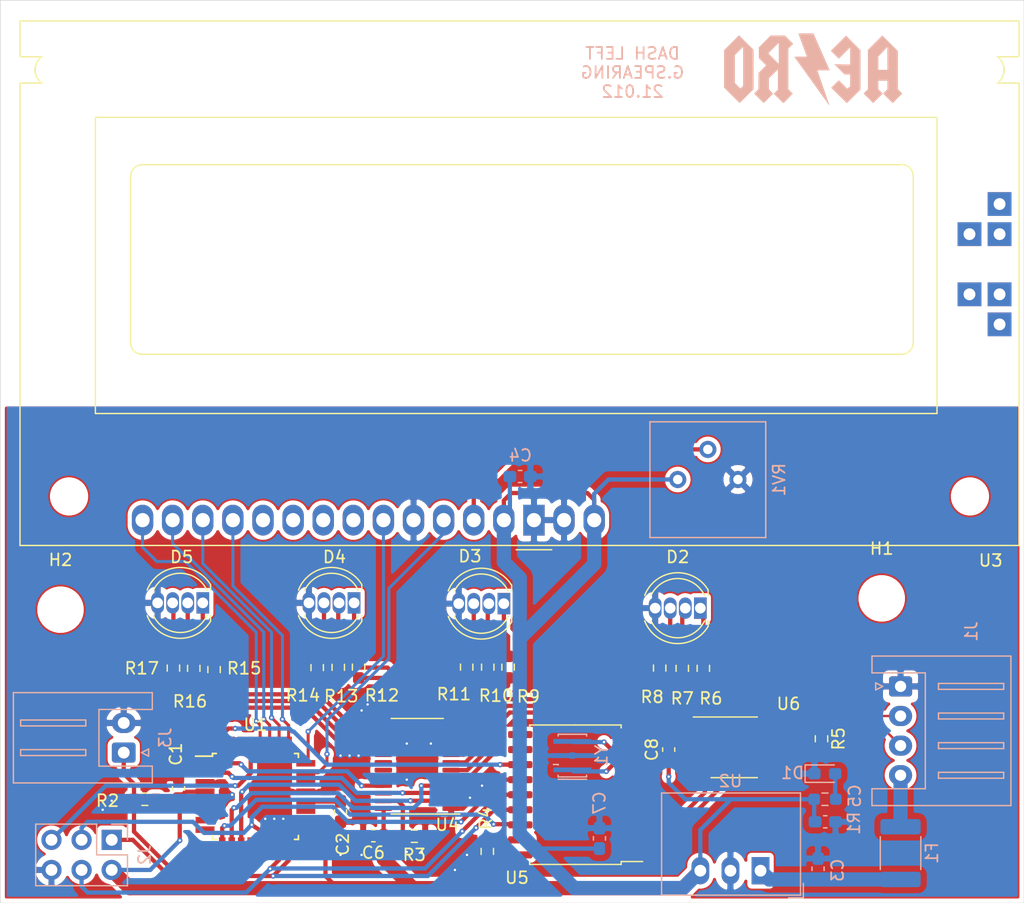
<source format=kicad_pcb>
(kicad_pcb (version 20171130) (host pcbnew 5.1.7-a382d34a8~88~ubuntu18.04.1)
  (layers (0 F.Cu signal) (31 B.Cu signal) (34 B.Paste user) (35 F.Paste user) (36 B.SilkS user) (37 F.SilkS user) (38 B.Mask user) (39 F.Mask user) (44 Edge.Cuts user))
  (net 0 "")
  (net 1 GND)
  (net 2 +5V)
  (net 3 "Net-(C2-Pad1)")
  (net 4 "Net-(C3-Pad1)")
  (net 5 "Net-(D1-Pad2)")
  (net 6 /TEMP_IND1B)
  (net 7 /TEMP_IND1G)
  (net 8 /TEMP_IND1R)
  (net 9 /TEMP_IND2B)
  (net 10 /TEMP_IND2G)
  (net 11 /TEMP_IND2R)
  (net 12 /TEMP_IND3B)
  (net 13 /TEMP_IND3G)
  (net 14 /TEMP_IND3R)
  (net 15 /BATT_B)
  (net 16 /BATT_G)
  (net 17 /BATT_R)
  (net 18 +12V)
  (net 19 /RESET)
  (net 20 /MOSI)
  (net 21 /SCK)
  (net 22 /MISO)
  (net 23 /LCD_BTN)
  (net 24 "Net-(R3-Pad1)")
  (net 25 "Net-(R4-Pad2)")
  (net 26 "Net-(RV1-Pad2)")
  (net 27 /CAN_INT)
  (net 28 /LCD_D7)
  (net 29 /LCD_D6)
  (net 30 /LCD_D5)
  (net 31 /LCD_D4)
  (net 32 /LCD_EN)
  (net 33 /LCD_RS)
  (net 34 /LED_SDI)
  (net 35 /LED_LE)
  (net 36 /CAN_CS)
  (net 37 /LED_CLK)
  (net 38 /LED_OE)
  (net 39 "Net-(U5-Pad8)")
  (net 40 "Net-(U5-Pad7)")
  (net 41 /CAN_Interface/RXCAN)
  (net 42 /CAN_Interface/TXCAN)
  (net 43 "Net-(D2-Pad3)")
  (net 44 "Net-(D2-Pad2)")
  (net 45 "Net-(D2-Pad1)")
  (net 46 "Net-(D3-Pad3)")
  (net 47 "Net-(D3-Pad2)")
  (net 48 "Net-(D3-Pad1)")
  (net 49 "Net-(D4-Pad3)")
  (net 50 "Net-(D4-Pad2)")
  (net 51 "Net-(D4-Pad1)")
  (net 52 "Net-(D5-Pad3)")
  (net 53 "Net-(D5-Pad2)")
  (net 54 "Net-(D5-Pad1)")
  (net 55 /CAN-)
  (net 56 /CAN+)
  (module AERO_CUSTOM:AERO_Logo_15x6mm (layer B.Cu) (at 176.53 46.482 180)
    (fp_text reference G*** hide)
    (fp_text value LOGO hide)
  )
  (module Capacitor_SMD:C_0603_1608Metric_Pad1.08x0.95mm_HandSolder (layer F.Cu) (at 139.42458 111.15802 180)
    (fp_text reference C6 (at 0 -1.43) (layer F.SilkS))
    (fp_text value 0.1u)
    (pad 2 smd roundrect (at 0.8625 0 180) (size 1.075 0.95) (layers F.Cu F.Paste F.Mask) (net 1 GND))
    (pad 1 smd roundrect (at -0.8625 0 180) (size 1.075 0.95) (layers F.Cu F.Paste F.Mask) (net 2 +5V))
  )
  (module Resistor_SMD:R_0603_1608Metric_Pad0.98x0.95mm_HandSolder (layer F.Cu) (at 122.555 97.0045 270)
    (fp_text reference R17 (at 0.0235 2.667 180) (layer F.SilkS))
    (fp_text value 330)
    (pad 2 smd roundrect (at 0.9125 0 270) (size 0.975 0.95) (layers F.Cu F.Paste F.Mask) (net 15 /BATT_B))
    (pad 1 smd roundrect (at -0.9125 0 270) (size 0.975 0.95) (layers F.Cu F.Paste F.Mask) (net 52 "Net-(D5-Pad3)"))
  )
  (module Resistor_SMD:R_0603_1608Metric_Pad0.98x0.95mm_HandSolder (layer F.Cu) (at 124.2695 97.028 270)
    (fp_text reference R16 (at 2.794 0.3175 180) (layer F.SilkS))
    (fp_text value 330)
    (pad 2 smd roundrect (at 0.9125 0 270) (size 0.975 0.95) (layers F.Cu F.Paste F.Mask) (net 16 /BATT_G))
    (pad 1 smd roundrect (at -0.9125 0 270) (size 0.975 0.95) (layers F.Cu F.Paste F.Mask) (net 53 "Net-(D5-Pad2)"))
  )
  (module Resistor_SMD:R_0603_1608Metric_Pad0.98x0.95mm_HandSolder (layer F.Cu) (at 125.984 97.1315 270)
    (fp_text reference R15 (at -0.1035 -2.54 180) (layer F.SilkS))
    (fp_text value 330)
    (pad 2 smd roundrect (at 0.9125 0 270) (size 0.975 0.95) (layers F.Cu F.Paste F.Mask) (net 17 /BATT_R))
    (pad 1 smd roundrect (at -0.9125 0 270) (size 0.975 0.95) (layers F.Cu F.Paste F.Mask) (net 54 "Net-(D5-Pad1)"))
  )
  (module Resistor_SMD:R_0603_1608Metric_Pad0.98x0.95mm_HandSolder (layer F.Cu) (at 134.6835 96.9645 270)
    (fp_text reference R14 (at 2.3495 1.2065 180) (layer F.SilkS))
    (fp_text value 330)
    (pad 2 smd roundrect (at 0.9125 0 270) (size 0.975 0.95) (layers F.Cu F.Paste F.Mask) (net 12 /TEMP_IND3B))
    (pad 1 smd roundrect (at -0.9125 0 270) (size 0.975 0.95) (layers F.Cu F.Paste F.Mask) (net 49 "Net-(D4-Pad3)"))
  )
  (module Resistor_SMD:R_0603_1608Metric_Pad0.98x0.95mm_HandSolder (layer F.Cu) (at 136.4615 96.941 270)
    (fp_text reference R13 (at 2.4365 -0.254 180) (layer F.SilkS))
    (fp_text value 330)
    (pad 2 smd roundrect (at 0.9125 0 270) (size 0.975 0.95) (layers F.Cu F.Paste F.Mask) (net 13 /TEMP_IND3G))
    (pad 1 smd roundrect (at -0.9125 0 270) (size 0.975 0.95) (layers F.Cu F.Paste F.Mask) (net 50 "Net-(D4-Pad2)"))
  )
  (module Resistor_SMD:R_0603_1608Metric_Pad0.98x0.95mm_HandSolder (layer F.Cu) (at 138.176 96.9245 270)
    (fp_text reference R12 (at 2.3895 -1.9685 180) (layer F.SilkS))
    (fp_text value 330)
    (pad 2 smd roundrect (at 0.9125 0 270) (size 0.975 0.95) (layers F.Cu F.Paste F.Mask) (net 14 /TEMP_IND3R))
    (pad 1 smd roundrect (at -0.9125 0 270) (size 0.975 0.95) (layers F.Cu F.Paste F.Mask) (net 51 "Net-(D4-Pad1)"))
  )
  (module Resistor_SMD:R_0603_1608Metric_Pad0.98x0.95mm_HandSolder (layer F.Cu) (at 147.2946 96.9264 270)
    (fp_text reference R11 (at 2.286 1.0795 180) (layer F.SilkS))
    (fp_text value 330)
    (pad 2 smd roundrect (at 0.9125 0 270) (size 0.975 0.95) (layers F.Cu F.Paste F.Mask) (net 9 /TEMP_IND2B))
    (pad 1 smd roundrect (at -0.9125 0 270) (size 0.975 0.95) (layers F.Cu F.Paste F.Mask) (net 46 "Net-(D3-Pad3)"))
  )
  (module Resistor_SMD:R_0603_1608Metric_Pad0.98x0.95mm_HandSolder (layer F.Cu) (at 149.0726 96.9264 270)
    (fp_text reference R10 (at 2.413 -0.6985 180) (layer F.SilkS))
    (fp_text value 330)
    (pad 2 smd roundrect (at 0.9125 0 270) (size 0.975 0.95) (layers F.Cu F.Paste F.Mask) (net 10 /TEMP_IND2G))
    (pad 1 smd roundrect (at -0.9125 0 270) (size 0.975 0.95) (layers F.Cu F.Paste F.Mask) (net 47 "Net-(D3-Pad2)"))
  )
  (module Resistor_SMD:R_0603_1608Metric_Pad0.98x0.95mm_HandSolder (layer F.Cu) (at 150.7871 96.9264 270)
    (fp_text reference R9 (at 2.4765 -1.7145 180) (layer F.SilkS))
    (fp_text value 330)
    (pad 2 smd roundrect (at 0.9125 0 270) (size 0.975 0.95) (layers F.Cu F.Paste F.Mask) (net 11 /TEMP_IND2R))
    (pad 1 smd roundrect (at -0.9125 0 270) (size 0.975 0.95) (layers F.Cu F.Paste F.Mask) (net 48 "Net-(D3-Pad1)"))
  )
  (module Resistor_SMD:R_0603_1608Metric_Pad0.98x0.95mm_HandSolder (layer F.Cu) (at 163.576 97.0045 270)
    (fp_text reference R8 (at 2.4365 0.635 180) (layer F.SilkS))
    (fp_text value 330)
    (pad 2 smd roundrect (at 0.9125 0 270) (size 0.975 0.95) (layers F.Cu F.Paste F.Mask) (net 6 /TEMP_IND1B))
    (pad 1 smd roundrect (at -0.9125 0 270) (size 0.975 0.95) (layers F.Cu F.Paste F.Mask) (net 43 "Net-(D2-Pad3)"))
  )
  (module Resistor_SMD:R_0603_1608Metric_Pad0.98x0.95mm_HandSolder (layer F.Cu) (at 165.481 97.028 270)
    (fp_text reference R7 (at 2.54 0 180) (layer F.SilkS))
    (fp_text value 330)
    (pad 2 smd roundrect (at 0.9125 0 270) (size 0.975 0.95) (layers F.Cu F.Paste F.Mask) (net 7 /TEMP_IND1G))
    (pad 1 smd roundrect (at -0.9125 0 270) (size 0.975 0.95) (layers F.Cu F.Paste F.Mask) (net 44 "Net-(D2-Pad2)"))
  )
  (module Resistor_SMD:R_0603_1608Metric_Pad0.98x0.95mm_HandSolder (layer F.Cu) (at 167.259 97.028 270)
    (fp_text reference R6 (at 2.54 -0.635 180) (layer F.SilkS))
    (fp_text value 330)
    (pad 2 smd roundrect (at 0.9125 0 270) (size 0.975 0.95) (layers F.Cu F.Paste F.Mask) (net 8 /TEMP_IND1R))
    (pad 1 smd roundrect (at -0.9125 0 270) (size 0.975 0.95) (layers F.Cu F.Paste F.Mask) (net 45 "Net-(D2-Pad1)"))
  )
  (module AERO_CUSTOM:Resonator_SMD_muRata_CSTxExxV-3Pin_3.0x1.1mm_HandSoldering (layer B.Cu) (at 156.21 104.394 90)
    (fp_text reference Y1 (at 0 2.45 270) (layer B.SilkS) (effects (justify mirror)))
    (fp_text value 16MHz)
    (pad 3 smd rect (at 1.2 0 90) (size 0.4 3.2) (layers B.Cu B.Paste B.Mask) (net 39 "Net-(U5-Pad8)"))
    (pad 2 smd rect (at 0 0 90) (size 0.4 3.2) (layers B.Cu B.Paste B.Mask) (net 1 GND))
    (pad 1 smd rect (at -1.2 0 90) (size 0.4 3.2) (layers B.Cu B.Paste B.Mask) (net 40 "Net-(U5-Pad7)"))
  )
  (module Package_SO:SOIC-8_3.9x4.9mm_P1.27mm (layer F.Cu) (at 169.8625 103.6955)
    (fp_text reference U6 (at 4.5847 -3.6703 180) (layer F.SilkS))
    (fp_text value MCP2551-I-SN)
    (pad 8 smd roundrect (at 2.475 -1.905) (size 1.95 0.6) (layers F.Cu F.Paste F.Mask) (net 1 GND))
    (pad 7 smd roundrect (at 2.475 -0.635) (size 1.95 0.6) (layers F.Cu F.Paste F.Mask) (net 56 /CAN+))
    (pad 6 smd roundrect (at 2.475 0.635) (size 1.95 0.6) (layers F.Cu F.Paste F.Mask) (net 55 /CAN-))
    (pad 5 smd roundrect (at 2.475 1.905) (size 1.95 0.6) (layers F.Cu F.Paste F.Mask))
    (pad 4 smd roundrect (at -2.475 1.905) (size 1.95 0.6) (layers F.Cu F.Paste F.Mask) (net 41 /CAN_Interface/RXCAN))
    (pad 3 smd roundrect (at -2.475 0.635) (size 1.95 0.6) (layers F.Cu F.Paste F.Mask) (net 2 +5V))
    (pad 2 smd roundrect (at -2.475 -0.635) (size 1.95 0.6) (layers F.Cu F.Paste F.Mask) (net 1 GND))
    (pad 1 smd roundrect (at -2.475 -1.905) (size 1.95 0.6) (layers F.Cu F.Paste F.Mask) (net 42 /CAN_Interface/TXCAN))
  )
  (module Package_SO:SOIC-18W_7.5x11.6mm_P1.27mm (layer F.Cu) (at 156.464 107.696 180)
    (fp_text reference U5 (at 4.9276 -7.0104) (layer F.SilkS))
    (fp_text value MCP2515-xSO)
    (pad 18 smd roundrect (at 4.65 -5.08 180) (size 2.05 0.6) (layers F.Cu F.Paste F.Mask) (net 2 +5V))
    (pad 17 smd roundrect (at 4.65 -3.81 180) (size 2.05 0.6) (layers F.Cu F.Paste F.Mask) (net 25 "Net-(R4-Pad2)"))
    (pad 16 smd roundrect (at 4.65 -2.54 180) (size 2.05 0.6) (layers F.Cu F.Paste F.Mask) (net 36 /CAN_CS))
    (pad 15 smd roundrect (at 4.65 -1.27 180) (size 2.05 0.6) (layers F.Cu F.Paste F.Mask) (net 22 /MISO))
    (pad 14 smd roundrect (at 4.65 0 180) (size 2.05 0.6) (layers F.Cu F.Paste F.Mask) (net 20 /MOSI))
    (pad 13 smd roundrect (at 4.65 1.27 180) (size 2.05 0.6) (layers F.Cu F.Paste F.Mask) (net 21 /SCK))
    (pad 12 smd roundrect (at 4.65 2.54 180) (size 2.05 0.6) (layers F.Cu F.Paste F.Mask) (net 27 /CAN_INT))
    (pad 11 smd roundrect (at 4.65 3.81 180) (size 2.05 0.6) (layers F.Cu F.Paste F.Mask))
    (pad 10 smd roundrect (at 4.65 5.08 180) (size 2.05 0.6) (layers F.Cu F.Paste F.Mask))
    (pad 9 smd roundrect (at -4.65 5.08 180) (size 2.05 0.6) (layers F.Cu F.Paste F.Mask) (net 1 GND))
    (pad 8 smd roundrect (at -4.65 3.81 180) (size 2.05 0.6) (layers F.Cu F.Paste F.Mask) (net 39 "Net-(U5-Pad8)"))
    (pad 7 smd roundrect (at -4.65 2.54 180) (size 2.05 0.6) (layers F.Cu F.Paste F.Mask) (net 40 "Net-(U5-Pad7)"))
    (pad 6 smd roundrect (at -4.65 1.27 180) (size 2.05 0.6) (layers F.Cu F.Paste F.Mask))
    (pad 5 smd roundrect (at -4.65 0 180) (size 2.05 0.6) (layers F.Cu F.Paste F.Mask))
    (pad 4 smd roundrect (at -4.65 -1.27 180) (size 2.05 0.6) (layers F.Cu F.Paste F.Mask))
    (pad 3 smd roundrect (at -4.65 -2.54 180) (size 2.05 0.6) (layers F.Cu F.Paste F.Mask))
    (pad 2 smd roundrect (at -4.65 -3.81 180) (size 2.05 0.6) (layers F.Cu F.Paste F.Mask) (net 41 /CAN_Interface/RXCAN))
    (pad 1 smd roundrect (at -4.65 -5.08 180) (size 2.05 0.6) (layers F.Cu F.Paste F.Mask) (net 42 /CAN_Interface/TXCAN))
  )
  (module Package_SO:TSSOP-24_4.4x7.8mm_P0.65mm (layer F.Cu) (at 143.124 105.294 180)
    (fp_text reference U4 (at -2.545 -4.942) (layer F.SilkS))
    (fp_text value STP16CP05)
    (pad 24 smd roundrect (at 2.8625 -3.575 180) (size 1.475 0.4) (layers F.Cu F.Paste F.Mask) (net 2 +5V))
    (pad 23 smd roundrect (at 2.8625 -2.925 180) (size 1.475 0.4) (layers F.Cu F.Paste F.Mask) (net 24 "Net-(R3-Pad1)"))
    (pad 22 smd roundrect (at 2.8625 -2.275 180) (size 1.475 0.4) (layers F.Cu F.Paste F.Mask))
    (pad 21 smd roundrect (at 2.8625 -1.625 180) (size 1.475 0.4) (layers F.Cu F.Paste F.Mask) (net 38 /LED_OE))
    (pad 20 smd roundrect (at 2.8625 -0.975 180) (size 1.475 0.4) (layers F.Cu F.Paste F.Mask))
    (pad 19 smd roundrect (at 2.8625 -0.325 180) (size 1.475 0.4) (layers F.Cu F.Paste F.Mask))
    (pad 18 smd roundrect (at 2.8625 0.325 180) (size 1.475 0.4) (layers F.Cu F.Paste F.Mask))
    (pad 17 smd roundrect (at 2.8625 0.975 180) (size 1.475 0.4) (layers F.Cu F.Paste F.Mask))
    (pad 16 smd roundrect (at 2.8625 1.625 180) (size 1.475 0.4) (layers F.Cu F.Paste F.Mask) (net 15 /BATT_B))
    (pad 15 smd roundrect (at 2.8625 2.275 180) (size 1.475 0.4) (layers F.Cu F.Paste F.Mask) (net 16 /BATT_G))
    (pad 14 smd roundrect (at 2.8625 2.925 180) (size 1.475 0.4) (layers F.Cu F.Paste F.Mask) (net 17 /BATT_R))
    (pad 13 smd roundrect (at 2.8625 3.575 180) (size 1.475 0.4) (layers F.Cu F.Paste F.Mask) (net 12 /TEMP_IND3B))
    (pad 12 smd roundrect (at -2.8625 3.575 180) (size 1.475 0.4) (layers F.Cu F.Paste F.Mask) (net 13 /TEMP_IND3G))
    (pad 11 smd roundrect (at -2.8625 2.925 180) (size 1.475 0.4) (layers F.Cu F.Paste F.Mask) (net 14 /TEMP_IND3R))
    (pad 10 smd roundrect (at -2.8625 2.275 180) (size 1.475 0.4) (layers F.Cu F.Paste F.Mask) (net 9 /TEMP_IND2B))
    (pad 9 smd roundrect (at -2.8625 1.625 180) (size 1.475 0.4) (layers F.Cu F.Paste F.Mask) (net 10 /TEMP_IND2G))
    (pad 8 smd roundrect (at -2.8625 0.975 180) (size 1.475 0.4) (layers F.Cu F.Paste F.Mask) (net 11 /TEMP_IND2R))
    (pad 7 smd roundrect (at -2.8625 0.325 180) (size 1.475 0.4) (layers F.Cu F.Paste F.Mask) (net 6 /TEMP_IND1B))
    (pad 6 smd roundrect (at -2.8625 -0.325 180) (size 1.475 0.4) (layers F.Cu F.Paste F.Mask) (net 7 /TEMP_IND1G))
    (pad 5 smd roundrect (at -2.8625 -0.975 180) (size 1.475 0.4) (layers F.Cu F.Paste F.Mask) (net 8 /TEMP_IND1R))
    (pad 4 smd roundrect (at -2.8625 -1.625 180) (size 1.475 0.4) (layers F.Cu F.Paste F.Mask) (net 35 /LED_LE))
    (pad 3 smd roundrect (at -2.8625 -2.275 180) (size 1.475 0.4) (layers F.Cu F.Paste F.Mask) (net 37 /LED_CLK))
    (pad 2 smd roundrect (at -2.8625 -2.925 180) (size 1.475 0.4) (layers F.Cu F.Paste F.Mask) (net 34 /LED_SDI))
    (pad 1 smd roundrect (at -2.8625 -3.575 180) (size 1.475 0.4) (layers F.Cu F.Paste F.Mask) (net 1 GND))
  )
  (module Display:RC1602A (layer F.Cu) (at 152.9715 84.5185 180)
    (fp_text reference U3 (at -38.53 -3.41 180) (layer F.SilkS))
    (fp_text value RC1602A)
    (pad K1 thru_hole rect (at -39.28 16.52) (size 2 2) (drill 1) (layers *.Cu *.Mask))
    (pad K1 thru_hole rect (at -39.28 19.06) (size 2 2) (drill 1) (layers *.Cu *.Mask))
    (pad K1 thru_hole rect (at -36.74 19.06) (size 2 2) (drill 1) (layers *.Cu *.Mask))
    (pad A1 thru_hole rect (at -36.74 24.14) (size 2 2) (drill 1) (layers *.Cu *.Mask))
    (pad A1 thru_hole rect (at -39.28 24.14) (size 2 2) (drill 1) (layers *.Cu *.Mask))
    (pad A1 thru_hole rect (at -39.28 26.68) (size 2 2) (drill 1) (layers *.Cu *.Mask))
    (pad "" np_thru_hole circle (at -36.78 2) (size 2.5 2.5) (drill 2.5) (layers *.Cu *.Mask))
    (pad "" np_thru_hole circle (at -38.28 38) (size 2.5 2.5) (drill 2.5) (layers *.Cu *.Mask))
    (pad "" np_thru_hole circle (at 40.72 38) (size 2.5 2.5) (drill 2.5) (layers *.Cu *.Mask))
    (pad "" np_thru_hole circle (at 39.22 2) (size 2.5 2.5) (drill 2.5) (layers *.Cu *.Mask))
    (pad 16 thru_hole oval (at -2.53492 0.00254) (size 1.8 2.6) (drill 1.2) (layers *.Cu *.Mask) (net 1 GND))
    (pad 15 thru_hole oval (at -5.08 0) (size 1.8 2.6) (drill 1.2) (layers *.Cu *.Mask) (net 2 +5V))
    (pad 14 thru_hole oval (at 33.02 0) (size 1.8 2.6) (drill 1.2) (layers *.Cu *.Mask) (net 28 /LCD_D7))
    (pad 13 thru_hole oval (at 30.48508 0.00254) (size 1.8 2.6) (drill 1.2) (layers *.Cu *.Mask) (net 29 /LCD_D6))
    (pad 12 thru_hole oval (at 27.94 0) (size 1.8 2.6) (drill 1.2) (layers *.Cu *.Mask) (net 30 /LCD_D5))
    (pad 11 thru_hole oval (at 25.4 0) (size 1.8 2.6) (drill 1.2) (layers *.Cu *.Mask) (net 31 /LCD_D4))
    (pad 10 thru_hole oval (at 22.86 0) (size 1.8 2.6) (drill 1.2) (layers *.Cu *.Mask))
    (pad 9 thru_hole oval (at 20.32 0) (size 1.8 2.6) (drill 1.2) (layers *.Cu *.Mask))
    (pad 8 thru_hole oval (at 17.78 0) (size 1.8 2.6) (drill 1.2) (layers *.Cu *.Mask))
    (pad 7 thru_hole oval (at 15.24 0) (size 1.8 2.6) (drill 1.2) (layers *.Cu *.Mask))
    (pad 6 thru_hole oval (at 12.7 0) (size 1.8 2.6) (drill 1.2) (layers *.Cu *.Mask) (net 32 /LCD_EN))
    (pad 5 thru_hole oval (at 10.16 0) (size 1.8 2.6) (drill 1.2) (layers *.Cu *.Mask) (net 1 GND))
    (pad 4 thru_hole oval (at 7.62 0) (size 1.8 2.6) (drill 1.2) (layers *.Cu *.Mask) (net 33 /LCD_RS))
    (pad 3 thru_hole oval (at 5.08 0) (size 1.8 2.6) (drill 1.2) (layers *.Cu *.Mask) (net 26 "Net-(RV1-Pad2)"))
    (pad 2 thru_hole oval (at 2.54 0) (size 1.8 2.6) (drill 1.2) (layers *.Cu *.Mask) (net 2 +5V))
    (pad 1 thru_hole rect (at 0 0) (size 1.8 2.6) (drill 1.2) (layers *.Cu *.Mask) (net 1 GND))
  )
  (module Converter_DCDC:Converter_DCDC_RECOM_R-78E-0.5_THT (layer B.Cu) (at 172.085 114.1095 180)
    (fp_text reference U2 (at 2.54 7.56) (layer B.SilkS) (effects (justify mirror)))
    (fp_text value R-785.0-1.0)
    (pad 3 thru_hole oval (at 5.08 0 180) (size 1.5 2.3) (drill 1) (layers *.Cu *.Mask) (net 2 +5V))
    (pad 2 thru_hole oval (at 2.54 0 180) (size 1.5 2.3) (drill 1) (layers *.Cu *.Mask) (net 1 GND))
    (pad 1 thru_hole rect (at 0 0 180) (size 1.5 2.3) (drill 1) (layers *.Cu *.Mask) (net 4 "Net-(C3-Pad1)"))
  )
  (module Package_QFP:TQFP-32_7x7mm_P0.8mm (layer F.Cu) (at 129.472 107.842)
    (fp_text reference U1 (at 0 -6.05) (layer F.SilkS))
    (fp_text value ATmega328P-AU)
    (pad 32 smd rect (at -2.8 -4.25 90) (size 1.6 0.55) (layers F.Cu F.Paste F.Mask) (net 27 /CAN_INT))
    (pad 31 smd rect (at -2 -4.25 90) (size 1.6 0.55) (layers F.Cu F.Paste F.Mask))
    (pad 30 smd rect (at -1.2 -4.25 90) (size 1.6 0.55) (layers F.Cu F.Paste F.Mask))
    (pad 29 smd rect (at -0.4 -4.25 90) (size 1.6 0.55) (layers F.Cu F.Paste F.Mask) (net 19 /RESET))
    (pad 28 smd rect (at 0.4 -4.25 90) (size 1.6 0.55) (layers F.Cu F.Paste F.Mask) (net 28 /LCD_D7))
    (pad 27 smd rect (at 1.2 -4.25 90) (size 1.6 0.55) (layers F.Cu F.Paste F.Mask) (net 29 /LCD_D6))
    (pad 26 smd rect (at 2 -4.25 90) (size 1.6 0.55) (layers F.Cu F.Paste F.Mask) (net 30 /LCD_D5))
    (pad 25 smd rect (at 2.8 -4.25 90) (size 1.6 0.55) (layers F.Cu F.Paste F.Mask) (net 31 /LCD_D4))
    (pad 24 smd rect (at 4.25 -2.8) (size 1.6 0.55) (layers F.Cu F.Paste F.Mask) (net 32 /LCD_EN))
    (pad 23 smd rect (at 4.25 -2) (size 1.6 0.55) (layers F.Cu F.Paste F.Mask) (net 33 /LCD_RS))
    (pad 22 smd rect (at 4.25 -1.2) (size 1.6 0.55) (layers F.Cu F.Paste F.Mask))
    (pad 21 smd rect (at 4.25 -0.4) (size 1.6 0.55) (layers F.Cu F.Paste F.Mask) (net 1 GND))
    (pad 20 smd rect (at 4.25 0.4) (size 1.6 0.55) (layers F.Cu F.Paste F.Mask) (net 3 "Net-(C2-Pad1)"))
    (pad 19 smd rect (at 4.25 1.2) (size 1.6 0.55) (layers F.Cu F.Paste F.Mask))
    (pad 18 smd rect (at 4.25 2) (size 1.6 0.55) (layers F.Cu F.Paste F.Mask) (net 2 +5V))
    (pad 17 smd rect (at 4.25 2.8) (size 1.6 0.55) (layers F.Cu F.Paste F.Mask) (net 21 /SCK))
    (pad 16 smd rect (at 2.8 4.25 90) (size 1.6 0.55) (layers F.Cu F.Paste F.Mask) (net 22 /MISO))
    (pad 15 smd rect (at 2 4.25 90) (size 1.6 0.55) (layers F.Cu F.Paste F.Mask) (net 20 /MOSI))
    (pad 14 smd rect (at 1.2 4.25 90) (size 1.6 0.55) (layers F.Cu F.Paste F.Mask))
    (pad 13 smd rect (at 0.4 4.25 90) (size 1.6 0.55) (layers F.Cu F.Paste F.Mask))
    (pad 12 smd rect (at -0.4 4.25 90) (size 1.6 0.55) (layers F.Cu F.Paste F.Mask) (net 23 /LCD_BTN))
    (pad 11 smd rect (at -1.2 4.25 90) (size 1.6 0.55) (layers F.Cu F.Paste F.Mask) (net 34 /LED_SDI))
    (pad 10 smd rect (at -2 4.25 90) (size 1.6 0.55) (layers F.Cu F.Paste F.Mask) (net 35 /LED_LE))
    (pad 9 smd rect (at -2.8 4.25 90) (size 1.6 0.55) (layers F.Cu F.Paste F.Mask) (net 36 /CAN_CS))
    (pad 8 smd rect (at -4.25 2.8) (size 1.6 0.55) (layers F.Cu F.Paste F.Mask))
    (pad 7 smd rect (at -4.25 2) (size 1.6 0.55) (layers F.Cu F.Paste F.Mask))
    (pad 6 smd rect (at -4.25 1.2) (size 1.6 0.55) (layers F.Cu F.Paste F.Mask) (net 2 +5V))
    (pad 5 smd rect (at -4.25 0.4) (size 1.6 0.55) (layers F.Cu F.Paste F.Mask) (net 1 GND))
    (pad 4 smd rect (at -4.25 -0.4) (size 1.6 0.55) (layers F.Cu F.Paste F.Mask) (net 2 +5V))
    (pad 3 smd rect (at -4.25 -1.2) (size 1.6 0.55) (layers F.Cu F.Paste F.Mask) (net 1 GND))
    (pad 2 smd rect (at -4.25 -2) (size 1.6 0.55) (layers F.Cu F.Paste F.Mask) (net 37 /LED_CLK))
    (pad 1 smd rect (at -4.25 -2.8) (size 1.6 0.55) (layers F.Cu F.Paste F.Mask) (net 38 /LED_OE))
  )
  (module Potentiometer_THT:Potentiometer_Bourns_3386P_Vertical (layer B.Cu) (at 165.1 81.0895 90)
    (fp_text reference RV1 (at -0.015 8.555 90) (layer B.SilkS) (effects (justify mirror)))
    (fp_text value "10K TRIM")
    (pad 1 thru_hole circle (at 0 0 90) (size 1.44 1.44) (drill 0.8) (layers *.Cu *.Mask) (net 2 +5V))
    (pad 2 thru_hole circle (at 2.54 2.54 90) (size 1.44 1.44) (drill 0.8) (layers *.Cu *.Mask) (net 26 "Net-(RV1-Pad2)"))
    (pad 3 thru_hole circle (at 0 5.08 90) (size 1.44 1.44) (drill 0.8) (layers *.Cu *.Mask) (net 1 GND))
  )
  (module Resistor_SMD:R_0603_1608Metric_Pad0.98x0.95mm_HandSolder (layer F.Cu) (at 177.2285 102.9735 270)
    (fp_text reference R5 (at 0 -1.43 90) (layer F.SilkS))
    (fp_text value 120)
    (pad 2 smd roundrect (at 0.9125 0 270) (size 0.975 0.95) (layers F.Cu F.Paste F.Mask) (net 55 /CAN-))
    (pad 1 smd roundrect (at -0.9125 0 270) (size 0.975 0.95) (layers F.Cu F.Paste F.Mask) (net 56 /CAN+))
  )
  (module Resistor_SMD:R_0603_1608Metric_Pad0.98x0.95mm_HandSolder (layer F.Cu) (at 149.0345 112.482 90)
    (fp_text reference R4 (at 2.794 -0.127 270) (layer F.SilkS))
    (fp_text value 10K)
    (pad 2 smd roundrect (at 0.9125 0 90) (size 0.975 0.95) (layers F.Cu F.Paste F.Mask) (net 25 "Net-(R4-Pad2)"))
    (pad 1 smd roundrect (at -0.9125 0 90) (size 0.975 0.95) (layers F.Cu F.Paste F.Mask) (net 2 +5V))
  )
  (module Resistor_SMD:R_0603_1608Metric_Pad0.98x0.95mm_HandSolder (layer F.Cu) (at 142.88008 111.19612)
    (fp_text reference R3 (at -0.00508 1.57988) (layer F.SilkS))
    (fp_text value 1K)
    (pad 2 smd roundrect (at 0.9125 0) (size 0.975 0.95) (layers F.Cu F.Paste F.Mask) (net 1 GND))
    (pad 1 smd roundrect (at -0.9125 0) (size 0.975 0.95) (layers F.Cu F.Paste F.Mask) (net 24 "Net-(R3-Pad1)"))
  )
  (module Resistor_SMD:R_0603_1608Metric_Pad0.98x0.95mm_HandSolder (layer F.Cu) (at 120.142 108.077 180)
    (fp_text reference R2 (at 3.14516 -0.127) (layer F.SilkS))
    (fp_text value 10K)
    (pad 2 smd roundrect (at 0.9125 0 180) (size 0.975 0.95) (layers F.Cu F.Paste F.Mask) (net 23 /LCD_BTN))
    (pad 1 smd roundrect (at -0.9125 0 180) (size 0.975 0.95) (layers F.Cu F.Paste F.Mask) (net 2 +5V))
  )
  (module Resistor_SMD:R_0603_1608Metric_Pad0.98x0.95mm_HandSolder (layer B.Cu) (at 177.5225 108.077 180)
    (fp_text reference R1 (at -2.4365 -2.032 90) (layer B.SilkS) (effects (justify mirror)))
    (fp_text value 330)
    (pad 2 smd roundrect (at 0.9125 0 180) (size 0.975 0.95) (layers B.Cu B.Paste B.Mask) (net 2 +5V))
    (pad 1 smd roundrect (at -0.9125 0 180) (size 0.975 0.95) (layers B.Cu B.Paste B.Mask) (net 5 "Net-(D1-Pad2)"))
  )
  (module Connector_JST:JST_XH_S2B-XH-A_1x02_P2.50mm_Horizontal (layer B.Cu) (at 118.364 104.14 90)
    (fp_text reference J3 (at 1.25 3.5 90) (layer B.SilkS) (effects (justify mirror)))
    (fp_text value Conn_01x02)
    (pad 2 thru_hole oval (at 2.5 0 90) (size 1.7 2) (drill 1) (layers *.Cu *.Mask) (net 1 GND))
    (pad 1 thru_hole roundrect (at 0 0 90) (size 1.7 2) (drill 1) (layers *.Cu *.Mask) (roundrect_rratio 0.147059) (net 23 /LCD_BTN))
  )
  (module Connector_PinSocket_2.54mm:PinSocket_2x03_P2.54mm_Vertical (layer B.Cu) (at 117.348 111.506 90)
    (fp_text reference J2 (at -1.27 2.77 270) (layer B.SilkS) (effects (justify mirror)))
    (fp_text value Conn_02x03_Odd_Even)
    (pad 6 thru_hole oval (at -2.54 -5.08 90) (size 1.7 1.7) (drill 1) (layers *.Cu *.Mask) (net 1 GND))
    (pad 5 thru_hole oval (at 0 -5.08 90) (size 1.7 1.7) (drill 1) (layers *.Cu *.Mask) (net 19 /RESET))
    (pad 4 thru_hole oval (at -2.54 -2.54 90) (size 1.7 1.7) (drill 1) (layers *.Cu *.Mask) (net 20 /MOSI))
    (pad 3 thru_hole oval (at 0 -2.54 90) (size 1.7 1.7) (drill 1) (layers *.Cu *.Mask) (net 21 /SCK))
    (pad 2 thru_hole oval (at -2.54 0 90) (size 1.7 1.7) (drill 1) (layers *.Cu *.Mask) (net 2 +5V))
    (pad 1 thru_hole rect (at 0 0 90) (size 1.7 1.7) (drill 1) (layers *.Cu *.Mask) (net 22 /MISO))
  )
  (module Connector_JST:JST_XH_S4B-XH-A_1x04_P2.50mm_Horizontal (layer B.Cu) (at 183.896 98.552 270)
    (fp_text reference J1 (at -4.6355 -5.969 270) (layer B.SilkS) (effects (justify mirror)))
    (fp_text value Conn_01x04)
    (pad 4 thru_hole oval (at 7.5 0 270) (size 1.7 1.95) (drill 0.95) (layers *.Cu *.Mask) (net 18 +12V))
    (pad 3 thru_hole oval (at 5 0 270) (size 1.7 1.95) (drill 0.95) (layers *.Cu *.Mask) (net 55 /CAN-))
    (pad 2 thru_hole oval (at 2.5 0 270) (size 1.7 1.95) (drill 0.95) (layers *.Cu *.Mask) (net 56 /CAN+))
    (pad 1 thru_hole roundrect (at 0 0 270) (size 1.7 1.95) (drill 0.95) (layers *.Cu *.Mask) (roundrect_rratio 0.147059) (net 1 GND))
  )
  (module MountingHole:MountingHole_3.2mm_M3 (layer F.Cu) (at 113.03 92.075)
    (fp_text reference H2 (at 0 -4.2) (layer F.SilkS))
    (fp_text value MountingHole)
    (pad 1 np_thru_hole circle (at 0 0) (size 3.2 3.2) (drill 3.2) (layers *.Cu *.Mask))
  )
  (module MountingHole:MountingHole_3.2mm_M3 (layer F.Cu) (at 182.3085 91.1225)
    (fp_text reference H1 (at 0 -4.2) (layer F.SilkS))
    (fp_text value MountingHole)
    (pad 1 np_thru_hole circle (at 0 0) (size 3.2 3.2) (drill 3.2) (layers *.Cu *.Mask))
  )
  (module Fuse:Fuse_1812_4532Metric_Pad1.30x3.40mm_HandSolder (layer B.Cu) (at 183.896 112.6236 90)
    (fp_text reference F1 (at 0 2.65 90) (layer B.SilkS) (effects (justify mirror)))
    (fp_text value MF-MSMF050)
    (pad 2 smd roundrect (at 2.225 0 90) (size 1.3 3.4) (layers B.Cu B.Paste B.Mask) (roundrect_rratio 0.192308) (net 18 +12V))
    (pad 1 smd roundrect (at -2.225 0 90) (size 1.3 3.4) (layers B.Cu B.Paste B.Mask) (roundrect_rratio 0.192308) (net 4 "Net-(C3-Pad1)"))
  )
  (module LED_THT:LED_D5.0mm-4_RGB (layer F.Cu) (at 125.0315 91.5035 180)
    (fp_text reference D5 (at 1.778 3.8735) (layer F.SilkS))
    (fp_text value LED_RGBA)
    (pad 4 thru_hole oval (at 3.81 0 180) (size 1.07 1.8) (drill 0.9) (layers *.Cu *.Mask) (net 1 GND))
    (pad 3 thru_hole oval (at 2.54 0 180) (size 1.07 1.8) (drill 0.9) (layers *.Cu *.Mask) (net 52 "Net-(D5-Pad3)"))
    (pad 2 thru_hole oval (at 1.27 0 180) (size 1.07 1.8) (drill 0.9) (layers *.Cu *.Mask) (net 53 "Net-(D5-Pad2)"))
    (pad 1 thru_hole rect (at 0 0 180) (size 1.07 1.8) (drill 0.9) (layers *.Cu *.Mask) (net 54 "Net-(D5-Pad1)"))
  )
  (module LED_THT:LED_D5.0mm-4_RGB (layer F.Cu) (at 137.795 91.5035 180)
    (fp_text reference D4 (at 1.651 3.8735) (layer F.SilkS))
    (fp_text value LED_RGBA)
    (pad 4 thru_hole oval (at 3.81 0 180) (size 1.07 1.8) (drill 0.9) (layers *.Cu *.Mask) (net 1 GND))
    (pad 3 thru_hole oval (at 2.54 0 180) (size 1.07 1.8) (drill 0.9) (layers *.Cu *.Mask) (net 49 "Net-(D4-Pad3)"))
    (pad 2 thru_hole oval (at 1.27 0 180) (size 1.07 1.8) (drill 0.9) (layers *.Cu *.Mask) (net 50 "Net-(D4-Pad2)"))
    (pad 1 thru_hole rect (at 0 0 180) (size 1.07 1.8) (drill 0.9) (layers *.Cu *.Mask) (net 51 "Net-(D4-Pad1)"))
  )
  (module LED_THT:LED_D5.0mm-4_RGB (layer F.Cu) (at 150.4315 91.567 180)
    (fp_text reference D3 (at 2.8575 4.0005) (layer F.SilkS))
    (fp_text value LED_RGBA)
    (pad 4 thru_hole oval (at 3.81 0 180) (size 1.07 1.8) (drill 0.9) (layers *.Cu *.Mask) (net 1 GND))
    (pad 3 thru_hole oval (at 2.54 0 180) (size 1.07 1.8) (drill 0.9) (layers *.Cu *.Mask) (net 46 "Net-(D3-Pad3)"))
    (pad 2 thru_hole oval (at 1.27 0 180) (size 1.07 1.8) (drill 0.9) (layers *.Cu *.Mask) (net 47 "Net-(D3-Pad2)"))
    (pad 1 thru_hole rect (at 0 0 180) (size 1.07 1.8) (drill 0.9) (layers *.Cu *.Mask) (net 48 "Net-(D3-Pad1)"))
  )
  (module LED_THT:LED_D5.0mm-4_RGB (layer F.Cu) (at 167.005 91.948 180)
    (fp_text reference D2 (at 1.905 4.318) (layer F.SilkS))
    (fp_text value LED_RGBA)
    (pad 4 thru_hole oval (at 3.81 0 180) (size 1.07 1.8) (drill 0.9) (layers *.Cu *.Mask) (net 1 GND))
    (pad 3 thru_hole oval (at 2.54 0 180) (size 1.07 1.8) (drill 0.9) (layers *.Cu *.Mask) (net 43 "Net-(D2-Pad3)"))
    (pad 2 thru_hole oval (at 1.27 0 180) (size 1.07 1.8) (drill 0.9) (layers *.Cu *.Mask) (net 44 "Net-(D2-Pad2)"))
    (pad 1 thru_hole rect (at 0 0 180) (size 1.07 1.8) (drill 0.9) (layers *.Cu *.Mask) (net 45 "Net-(D2-Pad1)"))
  )
  (module LED_SMD:LED_0603_1608Metric_Pad1.05x0.95mm_HandSolder (layer B.Cu) (at 177.50412 105.918)
    (fp_text reference D1 (at -2.72164 -0.06096) (layer B.SilkS) (effects (justify mirror)))
    (fp_text value LED)
    (pad 2 smd roundrect (at 0.875 0) (size 1.05 0.95) (layers B.Cu B.Paste B.Mask) (net 5 "Net-(D1-Pad2)"))
    (pad 1 smd roundrect (at -0.875 0) (size 1.05 0.95) (layers B.Cu B.Paste B.Mask) (net 1 GND))
  )
  (module Capacitor_SMD:C_0603_1608Metric_Pad1.08x0.95mm_HandSolder (layer F.Cu) (at 164.338 103.886 90)
    (fp_text reference C8 (at 0 -1.43 90) (layer F.SilkS))
    (fp_text value 0.1u)
    (pad 2 smd roundrect (at 0.8625 0 90) (size 1.075 0.95) (layers F.Cu F.Paste F.Mask) (net 1 GND))
    (pad 1 smd roundrect (at -0.8625 0 90) (size 1.075 0.95) (layers F.Cu F.Paste F.Mask) (net 2 +5V))
  )
  (module Capacitor_SMD:C_0603_1608Metric_Pad1.08x0.95mm_HandSolder (layer B.Cu) (at 158.496 111.379 90)
    (fp_text reference C7 (at 2.9845 0 90) (layer B.SilkS) (effects (justify mirror)))
    (fp_text value 0.1u)
    (pad 2 smd roundrect (at 0.8625 0 90) (size 1.075 0.95) (layers B.Cu B.Paste B.Mask) (net 1 GND))
    (pad 1 smd roundrect (at -0.8625 0 90) (size 1.075 0.95) (layers B.Cu B.Paste B.Mask) (net 2 +5V))
  )
  (module Capacitor_SMD:C_0603_1608Metric_Pad1.08x0.95mm_HandSolder (layer B.Cu) (at 177.546 109.982)
    (fp_text reference C5 (at 2.4892 -2.1844 270) (layer B.SilkS) (effects (justify mirror)))
    (fp_text value 10u)
    (pad 2 smd roundrect (at 0.8625 0) (size 1.075 0.95) (layers B.Cu B.Paste B.Mask) (net 1 GND))
    (pad 1 smd roundrect (at -0.8625 0) (size 1.075 0.95) (layers B.Cu B.Paste B.Mask) (net 2 +5V))
  )
  (module Capacitor_SMD:C_0603_1608Metric_Pad1.08x0.95mm_HandSolder (layer B.Cu) (at 151.802 80.8355)
    (fp_text reference C4 (at 0.0265 -1.778 180) (layer B.SilkS) (effects (justify mirror)))
    (fp_text value 0.1u)
    (pad 2 smd roundrect (at 0.8625 0) (size 1.075 0.95) (layers B.Cu B.Paste B.Mask) (net 1 GND))
    (pad 1 smd roundrect (at -0.8625 0) (size 1.075 0.95) (layers B.Cu B.Paste B.Mask) (net 2 +5V))
  )
  (module Capacitor_SMD:C_0603_1608Metric_Pad1.08x0.95mm_HandSolder (layer B.Cu) (at 176.9364 113.9433 90)
    (fp_text reference C3 (at -0.127 1.651 90) (layer B.SilkS) (effects (justify mirror)))
    (fp_text value 1u)
    (pad 2 smd roundrect (at 0.8625 0 90) (size 1.075 0.95) (layers B.Cu B.Paste B.Mask) (net 1 GND))
    (pad 1 smd roundrect (at -0.8625 0 90) (size 1.075 0.95) (layers B.Cu B.Paste B.Mask) (net 4 "Net-(C3-Pad1)"))
  )
  (module Capacitor_SMD:C_0603_1608Metric_Pad1.08x0.95mm_HandSolder (layer F.Cu) (at 136.652 109.1195 270)
    (fp_text reference C2 (at 2.757 -0.1905 270) (layer F.SilkS))
    (fp_text value 0.1u)
    (pad 2 smd roundrect (at 0.8625 0 270) (size 1.075 0.95) (layers F.Cu F.Paste F.Mask) (net 1 GND))
    (pad 1 smd roundrect (at -0.8625 0 270) (size 1.075 0.95) (layers F.Cu F.Paste F.Mask) (net 3 "Net-(C2-Pad1)"))
  )
  (module Capacitor_SMD:C_0603_1608Metric_Pad1.08x0.95mm_HandSolder (layer F.Cu) (at 122.98934 107.1637 90)
    (fp_text reference C1 (at 2.89052 -0.23368 90) (layer F.SilkS))
    (fp_text value 0.1u)
    (pad 2 smd roundrect (at 0.8625 0 90) (size 1.075 0.95) (layers F.Cu F.Paste F.Mask) (net 1 GND))
    (pad 1 smd roundrect (at -0.8625 0 90) (size 1.075 0.95) (layers F.Cu F.Paste F.Mask) (net 2 +5V))
  )
  (gr_text "DASH LEFT\nG.SPEARING\n21.012" (at 161.29 46.736) (layer B.SilkS) (effects (font (size 1 1)) (justify mirror)))
  (gr_line (start 194.31 116.84) (end 194.31 113.665) (layer Edge.Cuts) (width 0.05))
  (gr_line (start 107.95 116.84) (end 194.31 116.84) (layer Edge.Cuts) (width 0.05))
  (gr_line (start 107.95 40.64) (end 107.95 116.84) (layer Edge.Cuts) (width 0.05))
  (gr_line (start 194.31 40.64) (end 107.95 40.64) (layer Edge.Cuts) (width 0.05))
  (gr_line (start 194.31 40.64) (end 194.31 113.665) (layer Edge.Cuts) (width 0.05))
  (via (at 127.508 107.696) (size 0.45) (drill 0.2) (layers F.Cu B.Cu) (net 1))
  (via (at 117.348 108.204) (size 0.45) (drill 0.2) (layers F.Cu B.Cu) (net 1))
  (via (at 116.586 108.966) (size 0.45) (drill 0.2) (layers F.Cu B.Cu) (net 1))
  (via (at 146.304 114.046) (size 0.45) (drill 0.2) (layers F.Cu B.Cu) (net 1))
  (via (at 147.32 112.776) (size 0.45) (drill 0.2) (layers F.Cu B.Cu) (net 1))
  (via (at 144.272 103.378) (size 0.45) (drill 0.2) (layers F.Cu B.Cu) (net 1))
  (via (at 142.24 103.378) (size 0.45) (drill 0.2) (layers F.Cu B.Cu) (net 1))
  (via (at 142.24 106.426) (size 0.45) (drill 0.2) (layers F.Cu B.Cu) (net 1))
  (via (at 136.652 111.506) (size 0.45) (drill 0.2) (layers F.Cu B.Cu) (net 1))
  (via (at 136.652 112.776) (size 0.45) (drill 0.2) (layers F.Cu B.Cu) (net 1))
  (via (at 142.24 112.522) (size 0.45) (drill 0.2) (layers F.Cu B.Cu) (net 1))
  (via (at 143.51 112.522) (size 0.45) (drill 0.2) (layers F.Cu B.Cu) (net 1))
  (via (at 147.574 107.95) (size 0.45) (drill 0.2) (layers F.Cu B.Cu) (net 1))
  (via (at 148.59 106.934) (size 0.45) (drill 0.2) (layers F.Cu B.Cu) (net 1))
  (segment (start 147.574 108.268198) (end 147.574 107.95) (width 0.36) (layer F.Cu) (net 1))
  (segment (start 145.9865 108.869) (end 146.973198 108.869) (width 0.36) (layer F.Cu) (net 1))
  (segment (start 146.973198 108.869) (end 147.574 108.268198) (width 0.36) (layer F.Cu) (net 1))
  (via (at 138.43 112.776) (size 0.45) (drill 0.2) (layers F.Cu B.Cu) (net 1))
  (via (at 131.826 109.728) (size 0.45) (drill 0.2) (layers F.Cu B.Cu) (net 1))
  (via (at 131.064 109.728) (size 0.45) (drill 0.2) (layers F.Cu B.Cu) (net 1))
  (via (at 130.302 109.728) (size 0.45) (drill 0.2) (layers F.Cu B.Cu) (net 1))
  (via (at 136.652 104.394) (size 0.45) (drill 0.2) (layers F.Cu B.Cu) (net 1))
  (via (at 137.414 104.394) (size 0.45) (drill 0.2) (layers F.Cu B.Cu) (net 1))
  (via (at 138.176 104.394) (size 0.45) (drill 0.2) (layers F.Cu B.Cu) (net 1))
  (via (at 138.43 100.584) (size 0.45) (drill 0.2) (layers F.Cu B.Cu) (net 1))
  (via (at 138.938 100.076) (size 0.45) (drill 0.2) (layers F.Cu B.Cu) (net 1))
  (via (at 139.446 99.568) (size 0.45) (drill 0.2) (layers F.Cu B.Cu) (net 1))
  (via (at 139.954 99.06) (size 0.45) (drill 0.2) (layers F.Cu B.Cu) (net 1))
  (segment (start 150.9395 84.0105) (end 150.4315 84.5185) (width 0.36) (layer B.Cu) (net 2))
  (segment (start 150.9395 80.8355) (end 150.9395 84.0105) (width 0.36) (layer B.Cu) (net 2))
  (segment (start 165.1 81.0895) (end 159.258 81.0895) (width 0.36) (layer B.Cu) (net 2))
  (segment (start 158.0515 82.296) (end 158.0515 84.5185) (width 0.36) (layer B.Cu) (net 2))
  (segment (start 159.258 81.0895) (end 158.0515 82.296) (width 0.36) (layer B.Cu) (net 2))
  (segment (start 150.4315 82.8585) (end 151.0575 82.2325) (width 0.36) (layer F.Cu) (net 2))
  (segment (start 150.4315 84.5185) (end 150.4315 82.8585) (width 0.36) (layer F.Cu) (net 2))
  (segment (start 151.0575 82.2325) (end 157.48 82.2325) (width 0.36) (layer F.Cu) (net 2))
  (segment (start 158.0515 82.804) (end 158.0515 84.5185) (width 0.36) (layer F.Cu) (net 2))
  (segment (start 157.48 82.2325) (end 158.0515 82.804) (width 0.36) (layer F.Cu) (net 2))
  (segment (start 123.57354 107.442) (end 122.98934 108.0262) (width 0.36) (layer F.Cu) (net 2))
  (segment (start 125.222 107.442) (end 123.57354 107.442) (width 0.36) (layer F.Cu) (net 2))
  (segment (start 124.00514 109.042) (end 122.98934 108.0262) (width 0.36) (layer F.Cu) (net 2))
  (segment (start 125.222 109.042) (end 124.00514 109.042) (width 0.36) (layer F.Cu) (net 2))
  (segment (start 140.28708 108.89458) (end 140.2615 108.869) (width 0.36) (layer F.Cu) (net 2))
  (segment (start 140.28708 111.15802) (end 140.28708 108.89458) (width 0.36) (layer F.Cu) (net 2))
  (segment (start 151.814 112.776) (end 150.622 112.776) (width 0.36) (layer F.Cu) (net 2))
  (segment (start 150.0035 113.3945) (end 149.0345 113.3945) (width 0.36) (layer F.Cu) (net 2))
  (segment (start 150.622 112.776) (end 150.0035 113.3945) (width 0.36) (layer F.Cu) (net 2))
  (segment (start 167.005 114.1095) (end 167.005 110.6678) (width 0.36) (layer B.Cu) (net 2))
  (segment (start 169.5958 108.077) (end 176.61 108.077) (width 0.36) (layer B.Cu) (net 2))
  (segment (start 167.005 110.6678) (end 169.5958 108.077) (width 0.36) (layer B.Cu) (net 2))
  (segment (start 176.61 109.9085) (end 176.6835 109.982) (width 0.36) (layer B.Cu) (net 2))
  (segment (start 176.61 108.077) (end 176.61 109.9085) (width 0.36) (layer B.Cu) (net 2))
  (segment (start 118.884201 115.582201) (end 117.348 114.046) (width 1.2) (layer F.Cu) (net 2))
  (segment (start 167.005 114.1095) (end 165.532299 115.582201) (width 1.2) (layer F.Cu) (net 2))
  (segment (start 144.792201 115.582201) (end 142.760201 115.582201) (width 1.2) (layer F.Cu) (net 2))
  (segment (start 140.28708 113.10908) (end 140.28708 111.15802) (width 1.2) (layer F.Cu) (net 2))
  (segment (start 142.760201 115.582201) (end 140.28708 113.10908) (width 1.2) (layer F.Cu) (net 2))
  (segment (start 152.438599 115.582201) (end 150.532601 115.582201) (width 1.2) (layer F.Cu) (net 2))
  (segment (start 152.438599 115.582201) (end 144.792201 115.582201) (width 1.2) (layer F.Cu) (net 2))
  (segment (start 165.532299 115.582201) (end 152.438599 115.582201) (width 1.2) (layer F.Cu) (net 2))
  (segment (start 149.0345 114.0841) (end 149.0345 113.3945) (width 1.2) (layer F.Cu) (net 2))
  (segment (start 150.532601 115.582201) (end 149.0345 114.0841) (width 1.2) (layer F.Cu) (net 2))
  (segment (start 167.005 114.1095) (end 167.005 114.1222) (width 1.2) (layer B.Cu) (net 2))
  (segment (start 167.005 114.1222) (end 165.5572 115.57) (width 1.2) (layer B.Cu) (net 2))
  (segment (start 165.5572 115.57) (end 156.3624 115.57) (width 1.2) (layer B.Cu) (net 2))
  (segment (start 151.769701 110.977301) (end 151.769701 94.508699) (width 1.2) (layer B.Cu) (net 2))
  (segment (start 158.0515 88.2269) (end 158.0515 84.5185) (width 1.2) (layer B.Cu) (net 2))
  (segment (start 151.769701 94.508699) (end 158.0515 88.2269) (width 1.2) (layer B.Cu) (net 2))
  (segment (start 151.769701 94.508699) (end 151.769701 89.387301) (width 1.2) (layer B.Cu) (net 2))
  (segment (start 150.4315 88.0491) (end 150.4315 84.5185) (width 1.2) (layer B.Cu) (net 2))
  (segment (start 151.769701 89.387301) (end 150.4315 88.0491) (width 1.2) (layer B.Cu) (net 2))
  (via (at 123.0884 111.5568) (size 0.45) (drill 0.2) (layers F.Cu B.Cu) (net 2))
  (segment (start 117.348 114.046) (end 120.5992 114.046) (width 0.36) (layer B.Cu) (net 2))
  (segment (start 120.5992 114.046) (end 123.0884 111.5568) (width 0.36) (layer B.Cu) (net 2))
  (segment (start 123.0884 108.12526) (end 122.98934 108.0262) (width 0.36) (layer F.Cu) (net 2))
  (segment (start 123.0884 111.5568) (end 123.0884 108.12526) (width 0.36) (layer F.Cu) (net 2))
  (segment (start 121.1053 108.0262) (end 121.0545 108.077) (width 0.36) (layer F.Cu) (net 2))
  (segment (start 122.98934 108.0262) (end 121.1053 108.0262) (width 0.36) (layer F.Cu) (net 2))
  (segment (start 153.0339 112.2415) (end 153.0096 112.2172) (width 0.36) (layer B.Cu) (net 2))
  (segment (start 158.496 112.2415) (end 153.0339 112.2415) (width 0.36) (layer B.Cu) (net 2))
  (segment (start 156.3624 115.57) (end 153.0096 112.2172) (width 1.2) (layer B.Cu) (net 2))
  (segment (start 153.0096 112.2172) (end 151.769701 110.977301) (width 1.2) (layer B.Cu) (net 2))
  (segment (start 134.686762 109.842) (end 135.382 110.537238) (width 0.36) (layer F.Cu) (net 2))
  (segment (start 133.722 109.842) (end 134.686762 109.842) (width 0.36) (layer F.Cu) (net 2))
  (segment (start 135.382 110.537238) (end 135.382 114.554) (width 0.36) (layer F.Cu) (net 2))
  (segment (start 135.382 114.554) (end 136.410201 115.582201) (width 0.36) (layer F.Cu) (net 2))
  (segment (start 144.792201 115.582201) (end 136.410201 115.582201) (width 1.2) (layer F.Cu) (net 2))
  (segment (start 136.410201 115.582201) (end 118.884201 115.582201) (width 1.2) (layer F.Cu) (net 2))
  (segment (start 169.5958 108.077) (end 165.735 108.077) (width 0.36) (layer B.Cu) (net 2))
  (via (at 164.338 106.172) (size 0.45) (drill 0.2) (layers F.Cu B.Cu) (net 2))
  (segment (start 165.735 108.077) (end 164.338 106.68) (width 0.36) (layer B.Cu) (net 2))
  (segment (start 164.338 106.68) (end 164.338 106.172) (width 0.36) (layer B.Cu) (net 2))
  (segment (start 164.338 106.172) (end 164.338 104.7485) (width 0.36) (layer F.Cu) (net 2))
  (segment (start 164.756 104.3305) (end 164.338 104.7485) (width 0.36) (layer F.Cu) (net 2))
  (segment (start 167.3875 104.3305) (end 164.756 104.3305) (width 0.36) (layer F.Cu) (net 2))
  (segment (start 133.811 108.331) (end 133.722 108.242) (width 0.36) (layer F.Cu) (net 3))
  (segment (start 133.758 108.278) (end 133.722 108.242) (width 0.36) (layer F.Cu) (net 3))
  (segment (start 136.652 108.278) (end 133.758 108.278) (width 0.36) (layer F.Cu) (net 3))
  (segment (start 172.8241 114.8486) (end 172.085 114.1095) (width 1.2) (layer B.Cu) (net 4))
  (segment (start 183.896 114.8486) (end 172.8241 114.8486) (width 1.2) (layer B.Cu) (net 4))
  (segment (start 178.37912 108.02112) (end 178.435 108.077) (width 0.36) (layer B.Cu) (net 5))
  (segment (start 178.37912 105.918) (end 178.37912 108.02112) (width 0.36) (layer B.Cu) (net 5))
  (segment (start 147.19686 104.969) (end 148.98423 103.181631) (width 0.36) (layer F.Cu) (net 6))
  (segment (start 145.9865 104.969) (end 147.19686 104.969) (width 0.36) (layer F.Cu) (net 6))
  (segment (start 148.98423 103.181631) (end 148.98423 101.084266) (width 0.36) (layer F.Cu) (net 6))
  (segment (start 148.98423 101.084266) (end 150.436996 99.6315) (width 0.36) (layer F.Cu) (net 6))
  (segment (start 150.436996 99.6315) (end 162.7505 99.6315) (width 0.36) (layer F.Cu) (net 6))
  (segment (start 163.576 98.806) (end 163.576 97.917) (width 0.36) (layer F.Cu) (net 6))
  (segment (start 162.7505 99.6315) (end 163.576 98.806) (width 0.36) (layer F.Cu) (net 6))
  (segment (start 147.34336 105.619) (end 149.54744 103.41492) (width 0.36) (layer F.Cu) (net 7))
  (segment (start 145.9865 105.619) (end 147.34336 105.619) (width 0.36) (layer F.Cu) (net 7))
  (segment (start 149.54744 101.34106) (end 150.69379 100.19471) (width 0.36) (layer F.Cu) (net 7))
  (segment (start 149.54744 103.41492) (end 149.54744 101.34106) (width 0.36) (layer F.Cu) (net 7))
  (segment (start 150.69379 100.19471) (end 164.34629 100.19471) (width 0.36) (layer F.Cu) (net 7))
  (segment (start 165.481 99.06) (end 165.481 97.9405) (width 0.36) (layer F.Cu) (net 7))
  (segment (start 164.34629 100.19471) (end 165.481 99.06) (width 0.36) (layer F.Cu) (net 7))
  (segment (start 147.489858 106.269) (end 150.114 103.644858) (width 0.36) (layer F.Cu) (net 8))
  (segment (start 145.9865 106.269) (end 147.489858 106.269) (width 0.36) (layer F.Cu) (net 8))
  (segment (start 150.114 103.644858) (end 150.114 101.570998) (width 0.36) (layer F.Cu) (net 8))
  (segment (start 150.114 101.570998) (end 150.927078 100.75792) (width 0.36) (layer F.Cu) (net 8))
  (segment (start 164.579579 100.75792) (end 165.388499 99.949) (width 0.36) (layer F.Cu) (net 8))
  (segment (start 150.927078 100.75792) (end 164.579579 100.75792) (width 0.36) (layer F.Cu) (net 8))
  (segment (start 165.388499 99.949) (end 166.4335 99.949) (width 0.36) (layer F.Cu) (net 8))
  (segment (start 167.259 99.1235) (end 167.259 97.9405) (width 0.36) (layer F.Cu) (net 8))
  (segment (start 166.4335 99.949) (end 167.259 99.1235) (width 0.36) (layer F.Cu) (net 8))
  (segment (start 145.9865 103.019) (end 146.757364 103.019) (width 0.36) (layer F.Cu) (net 9))
  (segment (start 147.2946 102.481764) (end 147.2946 97.8389) (width 0.36) (layer F.Cu) (net 9))
  (segment (start 146.757364 103.019) (end 147.2946 102.481764) (width 0.36) (layer F.Cu) (net 9))
  (segment (start 146.970653 103.60221) (end 147.85781 102.715053) (width 0.36) (layer F.Cu) (net 10))
  (segment (start 146.01629 103.60221) (end 146.970653 103.60221) (width 0.36) (layer F.Cu) (net 10))
  (segment (start 145.9865 103.669) (end 145.9865 103.632) (width 0.36) (layer F.Cu) (net 10))
  (segment (start 145.9865 103.632) (end 146.01629 103.60221) (width 0.36) (layer F.Cu) (net 10))
  (segment (start 147.85781 102.715053) (end 147.85781 100.61769) (width 0.36) (layer F.Cu) (net 10))
  (segment (start 149.0726 99.4029) (end 149.0726 97.8389) (width 0.36) (layer F.Cu) (net 10))
  (segment (start 147.85781 100.61769) (end 149.0726 99.4029) (width 0.36) (layer F.Cu) (net 10))
  (segment (start 147.050361 104.319) (end 148.42102 102.948342) (width 0.36) (layer F.Cu) (net 11))
  (segment (start 145.9865 104.319) (end 147.050361 104.319) (width 0.36) (layer F.Cu) (net 11))
  (segment (start 148.42102 102.948342) (end 148.42102 100.850978) (width 0.36) (layer F.Cu) (net 11))
  (segment (start 150.7871 98.484898) (end 150.7871 97.8389) (width 0.36) (layer F.Cu) (net 11))
  (segment (start 148.42102 100.850978) (end 150.7871 98.484898) (width 0.36) (layer F.Cu) (net 11))
  (segment (start 140.2615 101.719) (end 137.406 101.719) (width 0.36) (layer F.Cu) (net 12))
  (segment (start 134.6835 98.9965) (end 134.6835 97.877) (width 0.36) (layer F.Cu) (net 12))
  (segment (start 137.406 101.719) (end 134.6835 98.9965) (width 0.36) (layer F.Cu) (net 12))
  (segment (start 137.34871 96.96629) (end 136.4615 97.8535) (width 0.36) (layer F.Cu) (net 13))
  (segment (start 140.609425 96.96629) (end 137.34871 96.96629) (width 0.36) (layer F.Cu) (net 13))
  (segment (start 145.9865 101.719) (end 145.362133 101.719) (width 0.36) (layer F.Cu) (net 13))
  (segment (start 145.362133 101.719) (end 140.609425 96.96629) (width 0.36) (layer F.Cu) (net 13))
  (segment (start 140.683636 97.837) (end 138.176 97.837) (width 0.36) (layer F.Cu) (net 14))
  (segment (start 145.9865 102.369) (end 145.215636 102.369) (width 0.36) (layer F.Cu) (net 14))
  (segment (start 145.215636 102.369) (end 140.683636 97.837) (width 0.36) (layer F.Cu) (net 14))
  (segment (start 140.2615 103.669) (end 136.911296 103.669) (width 0.36) (layer F.Cu) (net 15))
  (segment (start 136.911296 103.669) (end 133.590214 100.347918) (width 0.36) (layer F.Cu) (net 15))
  (segment (start 133.590214 100.347918) (end 123.207918 100.347918) (width 0.36) (layer F.Cu) (net 15))
  (segment (start 122.555 99.695) (end 122.555 97.917) (width 0.36) (layer F.Cu) (net 15))
  (segment (start 123.207918 100.347918) (end 122.555 99.695) (width 0.36) (layer F.Cu) (net 15))
  (segment (start 140.2615 103.019) (end 137.057794 103.019) (width 0.36) (layer F.Cu) (net 16))
  (segment (start 133.823502 99.784708) (end 124.803708 99.784708) (width 0.36) (layer F.Cu) (net 16))
  (segment (start 137.057794 103.019) (end 133.823502 99.784708) (width 0.36) (layer F.Cu) (net 16))
  (segment (start 124.2695 99.2505) (end 124.2695 97.9405) (width 0.36) (layer F.Cu) (net 16))
  (segment (start 124.803708 99.784708) (end 124.2695 99.2505) (width 0.36) (layer F.Cu) (net 16))
  (segment (start 140.2615 102.369) (end 137.259502 102.369) (width 0.36) (layer F.Cu) (net 17))
  (segment (start 134.112 99.221498) (end 126.208998 99.221498) (width 0.36) (layer F.Cu) (net 17))
  (segment (start 137.259502 102.369) (end 134.112 99.221498) (width 0.36) (layer F.Cu) (net 17))
  (segment (start 125.984 98.9965) (end 125.984 98.044) (width 0.36) (layer F.Cu) (net 17))
  (segment (start 126.208998 99.221498) (end 125.984 98.9965) (width 0.36) (layer F.Cu) (net 17))
  (segment (start 183.896 106.052) (end 183.896 110.3986) (width 1.2) (layer B.Cu) (net 18))
  (via (at 127.762 106.934) (size 0.45) (drill 0.2) (layers F.Cu B.Cu) (net 19))
  (segment (start 112.268 111.506) (end 116.84 106.934) (width 0.36) (layer B.Cu) (net 19))
  (segment (start 116.84 106.934) (end 127.762 106.934) (width 0.36) (layer B.Cu) (net 19))
  (segment (start 127.762 106.934) (end 128.016 106.934) (width 0.36) (layer F.Cu) (net 19))
  (segment (start 129.072 105.878) (end 129.072 103.592) (width 0.36) (layer F.Cu) (net 19))
  (segment (start 128.016 106.934) (end 129.072 105.878) (width 0.36) (layer F.Cu) (net 19))
  (via (at 130.713937 113.9458) (size 0.45) (drill 0.2) (layers F.Cu B.Cu) (net 20))
  (segment (start 131.472 112.092) (end 131.472 113.187737) (width 0.36) (layer F.Cu) (net 20))
  (segment (start 131.472 113.187737) (end 130.713937 113.9458) (width 0.36) (layer F.Cu) (net 20))
  (via (at 146.920417 110.781297) (size 0.45) (drill 0.2) (layers F.Cu B.Cu) (net 20))
  (segment (start 151.814 107.696) (end 150.005714 107.696) (width 0.36) (layer F.Cu) (net 20))
  (segment (start 150.005714 107.696) (end 146.920417 110.781297) (width 0.36) (layer F.Cu) (net 20))
  (segment (start 146.920417 110.781297) (end 143.782714 113.919) (width 0.36) (layer B.Cu) (net 20))
  (segment (start 130.740737 113.919) (end 130.713937 113.9458) (width 0.36) (layer B.Cu) (net 20))
  (segment (start 143.782714 113.919) (end 130.740737 113.919) (width 0.36) (layer B.Cu) (net 20))
  (segment (start 114.808 115.443) (end 114.808 114.046) (width 0.36) (layer B.Cu) (net 20))
  (segment (start 115.316 115.951) (end 114.808 115.443) (width 0.36) (layer B.Cu) (net 20))
  (segment (start 130.713937 113.9458) (end 128.708737 115.951) (width 0.36) (layer B.Cu) (net 20))
  (segment (start 128.708737 115.951) (end 115.316 115.951) (width 0.36) (layer B.Cu) (net 20))
  (via (at 146.812 109.983611) (size 0.45) (drill 0.2) (layers F.Cu B.Cu) (net 21))
  (segment (start 151.814 106.426) (end 150.369611 106.426) (width 0.36) (layer F.Cu) (net 21))
  (segment (start 150.369611 106.426) (end 146.812 109.983611) (width 0.36) (layer F.Cu) (net 21))
  (segment (start 146.812 109.983611) (end 137.277617 109.98361) (width 0.36) (layer B.Cu) (net 21))
  (segment (start 137.277617 109.98361) (end 136.006007 108.712) (width 0.36) (layer B.Cu) (net 21))
  (segment (start 136.006007 108.712) (end 133.096 108.712) (width 0.36) (layer B.Cu) (net 21))
  (segment (start 133.096 108.712) (end 130.048 108.712) (width 0.36) (layer B.Cu) (net 21))
  (segment (start 130.048 108.712) (end 129.159 109.601) (width 0.36) (layer B.Cu) (net 21))
  (via (at 129.159 110.236) (size 0.45) (drill 0.2) (layers F.Cu B.Cu) (net 21))
  (segment (start 129.159 109.601) (end 129.159 110.236) (width 0.36) (layer B.Cu) (net 21))
  (segment (start 129.769 110.642) (end 133.722 110.642) (width 0.36) (layer F.Cu) (net 21))
  (segment (start 129.159 110.236) (end 129.769 110.642) (width 0.36) (layer F.Cu) (net 21))
  (segment (start 114.808 111.506) (end 114.808 110.49) (width 0.36) (layer B.Cu) (net 21))
  (segment (start 128.477139 110.917861) (end 125.141861 110.917861) (width 0.36) (layer B.Cu) (net 21))
  (segment (start 129.159 110.236) (end 128.477139 110.917861) (width 0.36) (layer B.Cu) (net 21))
  (segment (start 125.141861 110.917861) (end 124.206 109.982) (width 0.36) (layer B.Cu) (net 21))
  (segment (start 115.316 109.982) (end 114.808 110.49) (width 0.36) (layer B.Cu) (net 21))
  (segment (start 124.206 109.982) (end 115.316 109.982) (width 0.36) (layer B.Cu) (net 21))
  (segment (start 132.272 113.252) (end 130.97 114.554) (width 0.36) (layer F.Cu) (net 22))
  (segment (start 132.272 112.092) (end 132.272 113.252) (width 0.36) (layer F.Cu) (net 22))
  (segment (start 130.97 114.554) (end 122.174 114.554) (width 0.36) (layer F.Cu) (net 22))
  (segment (start 119.126 111.506) (end 117.348 111.506) (width 0.36) (layer F.Cu) (net 22))
  (segment (start 122.174 114.554) (end 119.126 111.506) (width 0.36) (layer F.Cu) (net 22))
  (via (at 148.082 110.49) (size 0.45) (drill 0.2) (layers F.Cu B.Cu) (net 22))
  (segment (start 151.814 108.966) (end 149.606 108.966) (width 0.36) (layer F.Cu) (net 22))
  (segment (start 149.606 108.966) (end 148.082 110.49) (width 0.36) (layer F.Cu) (net 22))
  (via (at 130.97 114.554) (size 0.45) (drill 0.2) (layers F.Cu B.Cu) (net 22))
  (segment (start 148.082 110.49) (end 144.018 114.554) (width 0.36) (layer B.Cu) (net 22))
  (segment (start 144.018 114.554) (end 130.97 114.554) (width 0.36) (layer B.Cu) (net 22))
  (segment (start 119.2295 108.077) (end 119.2295 106.7835) (width 0.36) (layer F.Cu) (net 23))
  (segment (start 118.364 105.918) (end 118.364 104.14) (width 0.36) (layer F.Cu) (net 23))
  (segment (start 119.2295 106.7835) (end 118.364 105.918) (width 0.36) (layer F.Cu) (net 23))
  (segment (start 129.072 113.056762) (end 128.137972 113.99079) (width 0.36) (layer F.Cu) (net 23))
  (segment (start 129.072 112.092) (end 129.072 113.056762) (width 0.36) (layer F.Cu) (net 23))
  (segment (start 128.137972 113.99079) (end 122.407288 113.99079) (width 0.36) (layer F.Cu) (net 23))
  (segment (start 119.2295 110.813002) (end 119.2295 108.077) (width 0.36) (layer F.Cu) (net 23))
  (segment (start 122.407288 113.99079) (end 119.2295 110.813002) (width 0.36) (layer F.Cu) (net 23))
  (segment (start 141.906 111.3155) (end 141.906 108.632) (width 0.36) (layer F.Cu) (net 24))
  (segment (start 141.493 108.219) (end 140.2615 108.219) (width 0.36) (layer F.Cu) (net 24))
  (segment (start 141.906 108.632) (end 141.493 108.219) (width 0.36) (layer F.Cu) (net 24))
  (segment (start 151.7505 111.5695) (end 151.814 111.506) (width 0.36) (layer F.Cu) (net 25))
  (segment (start 149.0345 111.5695) (end 151.7505 111.5695) (width 0.36) (layer F.Cu) (net 25))
  (segment (start 147.8915 84.5185) (end 147.8915 82.296) (width 0.36) (layer F.Cu) (net 26))
  (segment (start 151.638 78.5495) (end 167.64 78.5495) (width 0.36) (layer F.Cu) (net 26))
  (segment (start 147.8915 82.296) (end 151.638 78.5495) (width 0.36) (layer F.Cu) (net 26))
  (via (at 150.114 105.156) (size 0.45) (drill 0.2) (layers F.Cu B.Cu) (net 27))
  (segment (start 151.814 105.156) (end 150.114 105.156) (width 0.36) (layer F.Cu) (net 27))
  (segment (start 135.497862 105.156) (end 132.703862 102.362) (width 0.36) (layer B.Cu) (net 27))
  (segment (start 150.114 105.156) (end 135.497862 105.156) (width 0.36) (layer B.Cu) (net 27))
  (segment (start 132.703862 102.362) (end 132.588 102.362) (width 0.36) (layer B.Cu) (net 27))
  (via (at 127.762 102.108) (size 0.45) (drill 0.2) (layers F.Cu B.Cu) (net 27))
  (segment (start 132.588 102.362) (end 132.334 102.108) (width 0.36) (layer B.Cu) (net 27))
  (segment (start 132.334 102.108) (end 127.762 102.108) (width 0.36) (layer B.Cu) (net 27))
  (segment (start 126.672 102.627238) (end 126.672 103.592) (width 0.36) (layer F.Cu) (net 27))
  (segment (start 127.762 102.108) (end 127.191238 102.108) (width 0.36) (layer F.Cu) (net 27))
  (segment (start 127.191238 102.108) (end 126.672 102.627238) (width 0.36) (layer F.Cu) (net 27))
  (via (at 129.54 101.473) (size 0.45) (drill 0.2) (layers F.Cu B.Cu) (net 28))
  (segment (start 129.872 103.592) (end 129.872 101.805) (width 0.254) (layer F.Cu) (net 28))
  (segment (start 129.872 101.805) (end 129.54 101.473) (width 0.254) (layer F.Cu) (net 28))
  (segment (start 129.54 93.982638) (end 123.568362 88.011) (width 0.254) (layer B.Cu) (net 28))
  (segment (start 129.54 101.473) (end 129.54 93.982638) (width 0.254) (layer B.Cu) (net 28))
  (segment (start 123.568362 88.011) (end 121.158 88.011) (width 0.254) (layer B.Cu) (net 28))
  (segment (start 119.9515 86.8045) (end 119.9515 84.5185) (width 0.254) (layer B.Cu) (net 28))
  (segment (start 121.158 88.011) (end 119.9515 86.8045) (width 0.254) (layer B.Cu) (net 28))
  (via (at 130.173699 101.314576) (size 0.45) (drill 0.2) (layers F.Cu B.Cu) (net 29))
  (segment (start 130.672 103.592) (end 130.672 101.812877) (width 0.254) (layer F.Cu) (net 29))
  (segment (start 130.672 101.812877) (end 130.173699 101.314576) (width 0.254) (layer F.Cu) (net 29))
  (segment (start 130.173699 93.969745) (end 123.757744 87.55379) (width 0.254) (layer B.Cu) (net 29))
  (segment (start 130.173699 101.314576) (end 130.173699 93.969745) (width 0.254) (layer B.Cu) (net 29))
  (segment (start 123.757744 87.55379) (end 123.55829 87.55379) (width 0.254) (layer B.Cu) (net 29))
  (segment (start 122.48642 86.48192) (end 122.48642 84.51596) (width 0.254) (layer B.Cu) (net 29))
  (segment (start 123.55829 87.55379) (end 122.48642 86.48192) (width 0.254) (layer B.Cu) (net 29))
  (via (at 130.834679 101.190384) (size 0.45) (drill 0.2) (layers F.Cu B.Cu) (net 30))
  (segment (start 131.472 103.592) (end 131.472 101.827705) (width 0.254) (layer F.Cu) (net 30))
  (segment (start 131.472 101.827705) (end 130.834679 101.190384) (width 0.254) (layer F.Cu) (net 30))
  (segment (start 130.834679 101.190384) (end 130.834679 93.984133) (width 0.254) (layer B.Cu) (net 30))
  (segment (start 125.0315 88.180954) (end 125.0315 84.5185) (width 0.254) (layer B.Cu) (net 30))
  (segment (start 130.834679 93.984133) (end 125.0315 88.180954) (width 0.254) (layer B.Cu) (net 30))
  (segment (start 132.272 103.592) (end 132.272 101.842533) (width 0.254) (layer F.Cu) (net 31))
  (via (at 131.753039 101.323572) (size 0.45) (drill 0.2) (layers F.Cu B.Cu) (net 31))
  (segment (start 132.272 101.842533) (end 131.753039 101.323572) (width 0.254) (layer F.Cu) (net 31))
  (segment (start 131.753039 101.323572) (end 131.753039 94.255901) (width 0.254) (layer B.Cu) (net 31))
  (segment (start 127.5715 90.074362) (end 127.5715 84.5185) (width 0.254) (layer B.Cu) (net 31))
  (segment (start 131.753039 94.255901) (end 127.5715 90.074362) (width 0.254) (layer B.Cu) (net 31))
  (segment (start 140.2715 84.5185) (end 140.2715 96.012) (width 0.254) (layer B.Cu) (net 32))
  (via (at 133.9215 102.362) (size 0.45) (drill 0.2) (layers F.Cu B.Cu) (net 32))
  (segment (start 140.2715 96.012) (end 133.9215 102.362) (width 0.254) (layer B.Cu) (net 32))
  (segment (start 133.9215 104.8425) (end 133.722 105.042) (width 0.254) (layer F.Cu) (net 32))
  (segment (start 133.9215 102.362) (end 133.9215 104.8425) (width 0.254) (layer F.Cu) (net 32))
  (segment (start 145.3515 84.5185) (end 145.3515 85.6615) (width 0.254) (layer B.Cu) (net 33))
  (segment (start 140.72871 90.28429) (end 140.728709 96.201383) (width 0.254) (layer B.Cu) (net 33))
  (segment (start 145.3515 85.6615) (end 140.72871 90.28429) (width 0.254) (layer B.Cu) (net 33))
  (via (at 135.509 104.267) (size 0.45) (drill 0.2) (layers F.Cu B.Cu) (net 33))
  (segment (start 140.728709 96.201383) (end 135.509 101.421092) (width 0.254) (layer B.Cu) (net 33))
  (segment (start 135.509 101.421092) (end 135.509 104.267) (width 0.254) (layer B.Cu) (net 33))
  (segment (start 134.776 105.842) (end 133.722 105.842) (width 0.254) (layer F.Cu) (net 33))
  (segment (start 135.509 104.267) (end 135.509 105.109) (width 0.254) (layer F.Cu) (net 33))
  (segment (start 135.509 105.109) (end 134.776 105.842) (width 0.254) (layer F.Cu) (net 33))
  (via (at 128.353369 107.440053) (size 0.45) (drill 0.2) (layers F.Cu B.Cu) (net 34))
  (segment (start 128.272 112.092) (end 128.272 107.521422) (width 0.36) (layer F.Cu) (net 34))
  (segment (start 128.272 107.521422) (end 128.353369 107.440053) (width 0.36) (layer F.Cu) (net 34))
  (segment (start 128.353369 107.440053) (end 128.947792 106.84563) (width 0.36) (layer B.Cu) (net 34))
  (segment (start 128.947792 106.84563) (end 136.529132 106.84563) (width 0.36) (layer B.Cu) (net 34))
  (segment (start 136.529132 106.84563) (end 137.887502 108.204) (width 0.36) (layer B.Cu) (net 34))
  (via (at 142.5448 108.204) (size 0.45) (drill 0.2) (layers F.Cu B.Cu) (net 34))
  (segment (start 137.887502 108.204) (end 142.5448 108.204) (width 0.36) (layer B.Cu) (net 34))
  (segment (start 145.9715 108.204) (end 145.9865 108.219) (width 0.36) (layer F.Cu) (net 34))
  (segment (start 142.5448 108.204) (end 145.9715 108.204) (width 0.36) (layer F.Cu) (net 34))
  (via (at 127.6638 108.8009) (size 0.45) (drill 0.2) (layers F.Cu B.Cu) (net 35))
  (segment (start 127.472 112.092) (end 127.472 108.9927) (width 0.36) (layer F.Cu) (net 35))
  (segment (start 127.472 108.9927) (end 127.6638 108.8009) (width 0.36) (layer F.Cu) (net 35))
  (segment (start 127.6638 108.8009) (end 127.88392 108.8009) (width 0.36) (layer B.Cu) (net 35))
  (segment (start 127.88392 108.8009) (end 129.12344 107.56138) (width 0.36) (layer B.Cu) (net 35))
  (segment (start 136.448384 107.56138) (end 137.654213 108.76721) (width 0.36) (layer B.Cu) (net 35))
  (segment (start 129.12344 107.56138) (end 136.448384 107.56138) (width 0.36) (layer B.Cu) (net 35))
  (via (at 143.46936 106.9354) (size 0.45) (drill 0.2) (layers F.Cu B.Cu) (net 35))
  (segment (start 143.46936 108.179578) (end 143.46936 106.9354) (width 0.36) (layer B.Cu) (net 35))
  (segment (start 142.836737 108.812201) (end 143.46936 108.179578) (width 0.36) (layer B.Cu) (net 35))
  (segment (start 137.654213 108.76721) (end 137.699204 108.812201) (width 0.36) (layer B.Cu) (net 35))
  (segment (start 137.699204 108.812201) (end 142.836737 108.812201) (width 0.36) (layer B.Cu) (net 35))
  (segment (start 145.9701 106.9354) (end 145.9865 106.919) (width 0.36) (layer F.Cu) (net 35))
  (segment (start 143.46936 106.9354) (end 145.9701 106.9354) (width 0.36) (layer F.Cu) (net 35))
  (segment (start 126.672 112.092) (end 126.672 110.5005) (width 0.36) (layer F.Cu) (net 36))
  (via (at 126.86284 110.30966) (size 0.45) (drill 0.2) (layers F.Cu B.Cu) (net 36))
  (segment (start 126.672 110.5005) (end 126.86284 110.30966) (width 0.36) (layer F.Cu) (net 36))
  (segment (start 126.86284 110.30966) (end 127.35052 110.30966) (width 0.36) (layer B.Cu) (net 36))
  (segment (start 127.35052 110.30966) (end 129.53559 108.12459) (width 0.36) (layer B.Cu) (net 36))
  (segment (start 136.215096 108.12459) (end 137.465915 109.375411) (width 0.36) (layer B.Cu) (net 36))
  (segment (start 129.53559 108.12459) (end 136.215096 108.12459) (width 0.36) (layer B.Cu) (net 36))
  (via (at 149.56536 110.1852) (size 0.45) (drill 0.2) (layers F.Cu B.Cu) (net 36))
  (segment (start 137.465915 109.375411) (end 148.755571 109.375411) (width 0.36) (layer B.Cu) (net 36))
  (segment (start 148.755571 109.375411) (end 149.56536 110.1852) (width 0.36) (layer B.Cu) (net 36))
  (segment (start 151.7632 110.1852) (end 151.814 110.236) (width 0.36) (layer F.Cu) (net 36))
  (segment (start 149.56536 110.1852) (end 151.7632 110.1852) (width 0.36) (layer F.Cu) (net 36))
  (via (at 127.508 106.172) (size 0.45) (drill 0.2) (layers F.Cu B.Cu) (net 37))
  (segment (start 125.222 105.842) (end 127.178 105.842) (width 0.36) (layer F.Cu) (net 37))
  (segment (start 127.178 105.842) (end 127.508 106.172) (width 0.36) (layer F.Cu) (net 37))
  (segment (start 127.61842 106.28242) (end 127.508 106.172) (width 0.36) (layer B.Cu) (net 37))
  (segment (start 136.76242 106.28242) (end 127.61842 106.28242) (width 0.36) (layer B.Cu) (net 37))
  (segment (start 138.022201 107.542201) (end 136.76242 106.28242) (width 0.36) (layer B.Cu) (net 37))
  (via (at 141.8844 107.5436) (size 0.45) (drill 0.2) (layers F.Cu B.Cu) (net 37))
  (segment (start 141.885799 107.542201) (end 138.022201 107.542201) (width 0.36) (layer B.Cu) (net 37))
  (segment (start 141.8844 107.5436) (end 141.885799 107.542201) (width 0.36) (layer B.Cu) (net 37))
  (segment (start 145.9611 107.5436) (end 145.9865 107.569) (width 0.36) (layer F.Cu) (net 37))
  (segment (start 141.8844 107.5436) (end 145.9611 107.5436) (width 0.36) (layer F.Cu) (net 37))
  (via (at 128.27 105.156) (size 0.45) (drill 0.2) (layers F.Cu B.Cu) (net 38))
  (segment (start 125.222 105.042) (end 128.156 105.042) (width 0.36) (layer F.Cu) (net 38))
  (segment (start 128.156 105.042) (end 128.27 105.156) (width 0.36) (layer F.Cu) (net 38))
  (segment (start 128.27 105.156) (end 128.83321 105.71921) (width 0.36) (layer B.Cu) (net 38))
  (via (at 138.43 106.934) (size 0.45) (drill 0.2) (layers F.Cu B.Cu) (net 38))
  (segment (start 128.83321 105.71921) (end 137.21521 105.71921) (width 0.36) (layer B.Cu) (net 38))
  (segment (start 137.21521 105.71921) (end 138.43 106.934) (width 0.36) (layer B.Cu) (net 38))
  (segment (start 140.2465 106.934) (end 140.2615 106.919) (width 0.36) (layer F.Cu) (net 38))
  (segment (start 138.43 106.934) (end 140.2465 106.934) (width 0.36) (layer F.Cu) (net 38))
  (segment (start 161.114 103.886) (end 159.512 103.886) (width 0.36) (layer F.Cu) (net 39))
  (via (at 158.877 103.251) (size 0.45) (drill 0.2) (layers F.Cu B.Cu) (net 39))
  (segment (start 159.512 103.886) (end 158.877 103.251) (width 0.36) (layer F.Cu) (net 39))
  (segment (start 156.267 103.251) (end 156.21 103.194) (width 0.36) (layer B.Cu) (net 39))
  (segment (start 158.877 103.251) (end 156.267 103.251) (width 0.36) (layer B.Cu) (net 39))
  (via (at 159.0675 105.7275) (size 0.45) (drill 0.2) (layers F.Cu B.Cu) (net 40))
  (segment (start 161.114 105.156) (end 159.639 105.156) (width 0.36) (layer F.Cu) (net 40))
  (segment (start 159.639 105.156) (end 159.0675 105.7275) (width 0.36) (layer F.Cu) (net 40))
  (segment (start 156.3435 105.7275) (end 156.21 105.594) (width 0.36) (layer B.Cu) (net 40))
  (segment (start 159.0675 105.7275) (end 156.3435 105.7275) (width 0.36) (layer B.Cu) (net 40))
  (segment (start 167.3875 105.6005) (end 167.3875 107.504) (width 0.36) (layer F.Cu) (net 41))
  (segment (start 163.3855 111.506) (end 161.114 111.506) (width 0.36) (layer F.Cu) (net 41))
  (segment (start 167.3875 107.504) (end 163.3855 111.506) (width 0.36) (layer F.Cu) (net 41))
  (segment (start 168.74571 102.17371) (end 168.74571 107.03479) (width 0.36) (layer F.Cu) (net 42))
  (segment (start 167.3875 101.7905) (end 168.3625 101.7905) (width 0.36) (layer F.Cu) (net 42))
  (segment (start 168.3625 101.7905) (end 168.74571 102.17371) (width 0.36) (layer F.Cu) (net 42))
  (segment (start 163.0045 112.776) (end 161.114 112.776) (width 0.36) (layer F.Cu) (net 42))
  (segment (start 168.74571 107.03479) (end 163.0045 112.776) (width 0.36) (layer F.Cu) (net 42))
  (segment (start 163.576 96.092) (end 163.576 95.123) (width 0.36) (layer F.Cu) (net 43))
  (segment (start 164.465 94.234) (end 164.465 91.948) (width 0.36) (layer F.Cu) (net 43))
  (segment (start 163.576 95.123) (end 164.465 94.234) (width 0.36) (layer F.Cu) (net 43))
  (segment (start 165.481 92.202) (end 165.735 91.948) (width 0.36) (layer F.Cu) (net 44))
  (segment (start 165.481 96.1155) (end 165.481 92.202) (width 0.36) (layer F.Cu) (net 44))
  (segment (start 167.259 92.202) (end 167.005 91.948) (width 0.36) (layer F.Cu) (net 45))
  (segment (start 167.259 96.1155) (end 167.259 92.202) (width 0.36) (layer F.Cu) (net 45))
  (segment (start 147.2946 96.0139) (end 147.2946 94.2594) (width 0.36) (layer F.Cu) (net 46))
  (segment (start 147.8915 93.6625) (end 147.8915 91.567) (width 0.36) (layer F.Cu) (net 46))
  (segment (start 147.2946 94.2594) (end 147.8915 93.6625) (width 0.36) (layer F.Cu) (net 46))
  (segment (start 149.0726 91.6559) (end 149.1615 91.567) (width 0.36) (layer F.Cu) (net 47))
  (segment (start 149.0726 96.0139) (end 149.0726 91.6559) (width 0.36) (layer F.Cu) (net 47))
  (segment (start 150.7871 96.0139) (end 150.7871 94.3356) (width 0.36) (layer F.Cu) (net 48))
  (segment (start 150.4315 93.98) (end 150.4315 91.567) (width 0.36) (layer F.Cu) (net 48))
  (segment (start 150.7871 94.3356) (end 150.4315 93.98) (width 0.36) (layer F.Cu) (net 48))
  (segment (start 134.6835 96.052) (end 134.6835 94.869) (width 0.36) (layer F.Cu) (net 49))
  (segment (start 135.255 94.2975) (end 135.255 91.5035) (width 0.36) (layer F.Cu) (net 49))
  (segment (start 134.6835 94.869) (end 135.255 94.2975) (width 0.36) (layer F.Cu) (net 49))
  (segment (start 136.4615 91.567) (end 136.525 91.5035) (width 0.36) (layer F.Cu) (net 50))
  (segment (start 136.4615 96.0285) (end 136.4615 91.567) (width 0.36) (layer F.Cu) (net 50))
  (segment (start 138.176 96.012) (end 138.176 94.869) (width 0.36) (layer F.Cu) (net 51))
  (segment (start 137.795 94.488) (end 137.795 91.5035) (width 0.36) (layer F.Cu) (net 51))
  (segment (start 138.176 94.869) (end 137.795 94.488) (width 0.36) (layer F.Cu) (net 51))
  (segment (start 122.555 91.567) (end 122.4915 91.5035) (width 0.36) (layer F.Cu) (net 52))
  (segment (start 122.555 96.092) (end 122.555 91.567) (width 0.36) (layer F.Cu) (net 52))
  (segment (start 124.2695 96.1155) (end 124.2695 94.488) (width 0.36) (layer F.Cu) (net 53))
  (segment (start 123.7615 93.98) (end 123.7615 91.5035) (width 0.36) (layer F.Cu) (net 53))
  (segment (start 124.2695 94.488) (end 123.7615 93.98) (width 0.36) (layer F.Cu) (net 53))
  (segment (start 125.984 96.219) (end 125.984 94.742) (width 0.36) (layer F.Cu) (net 54))
  (segment (start 125.0315 93.7895) (end 125.0315 91.5035) (width 0.36) (layer F.Cu) (net 54))
  (segment (start 125.984 94.742) (end 125.0315 93.7895) (width 0.36) (layer F.Cu) (net 54))
  (segment (start 178.735302 102.379198) (end 177.2285 103.886) (width 0.2) (layer F.Cu) (net 55))
  (segment (start 179.6125 101.502) (end 178.735302 102.379198) (width 0.2) (layer F.Cu) (net 55))
  (segment (start 181.846 101.502) (end 179.6125 101.502) (width 0.2) (layer F.Cu) (net 55))
  (segment (start 183.896 103.552) (end 181.846 101.502) (width 0.2) (layer F.Cu) (net 55))
  (segment (start 176.541 103.1985) (end 176.0117 103.1985) (width 0.2) (layer F.Cu) (net 55))
  (segment (start 177.2285 103.886) (end 176.541 103.1985) (width 0.2) (layer F.Cu) (net 55))
  (segment (start 172.7475 103.9205) (end 172.3375 104.3305) (width 0.2) (layer F.Cu) (net 55))
  (segment (start 175.2897 103.9205) (end 172.7475 103.9205) (width 0.2) (layer F.Cu) (net 55))
  (segment (start 176.0117 103.1985) (end 175.2897 103.9205) (width 0.2) (layer F.Cu) (net 55))
  (segment (start 182.088 101.052) (end 183.80967 101.052) (width 0.2) (layer F.Cu) (net 56))
  (segment (start 182.021243 101.044479) (end 182.088 101.052) (width 0.2) (layer F.Cu) (net 56))
  (segment (start 181.957834 101.022291) (end 182.021243 101.044479) (width 0.2) (layer F.Cu) (net 56))
  (segment (start 181.788 100.752) (end 181.795521 100.818757) (width 0.2) (layer F.Cu) (net 56))
  (segment (start 181.788 100.383152) (end 181.788 100.752) (width 0.2) (layer F.Cu) (net 56))
  (segment (start 181.780478 100.316396) (end 181.788 100.383152) (width 0.2) (layer F.Cu) (net 56))
  (segment (start 181.722549 100.196106) (end 181.75829 100.252987) (width 0.2) (layer F.Cu) (net 56))
  (segment (start 181.675046 100.148603) (end 181.722549 100.196106) (width 0.2) (layer F.Cu) (net 56))
  (segment (start 183.80967 101.052) (end 183.896 101.052) (width 0.2) (layer F.Cu) (net 56))
  (segment (start 181.488 100.083152) (end 181.554756 100.090674) (width 0.2) (layer F.Cu) (net 56))
  (segment (start 181.75829 100.252987) (end 181.780478 100.316396) (width 0.2) (layer F.Cu) (net 56))
  (segment (start 181.421243 100.090674) (end 181.488 100.083152) (width 0.2) (layer F.Cu) (net 56))
  (segment (start 180.954756 101.044479) (end 181.018165 101.022291) (width 0.2) (layer F.Cu) (net 56))
  (segment (start 180.888 101.052) (end 180.954756 101.044479) (width 0.2) (layer F.Cu) (net 56))
  (segment (start 181.900953 100.98655) (end 181.957834 101.022291) (width 0.2) (layer F.Cu) (net 56))
  (segment (start 181.195521 100.316396) (end 181.217709 100.252987) (width 0.2) (layer F.Cu) (net 56))
  (segment (start 179.426103 101.052) (end 180.888 101.052) (width 0.2) (layer F.Cu) (net 56))
  (segment (start 177.2285 102.061) (end 178.417103 102.061) (width 0.2) (layer F.Cu) (net 56))
  (segment (start 181.300953 100.148603) (end 181.357834 100.112862) (width 0.2) (layer F.Cu) (net 56))
  (segment (start 181.554756 100.090674) (end 181.618165 100.112862) (width 0.2) (layer F.Cu) (net 56))
  (segment (start 181.122549 100.939047) (end 181.15829 100.882166) (width 0.2) (layer F.Cu) (net 56))
  (segment (start 181.618165 100.112862) (end 181.675046 100.148603) (width 0.2) (layer F.Cu) (net 56))
  (segment (start 181.018165 101.022291) (end 181.075046 100.98655) (width 0.2) (layer F.Cu) (net 56))
  (segment (start 181.15829 100.882166) (end 181.180478 100.818757) (width 0.2) (layer F.Cu) (net 56))
  (segment (start 181.795521 100.818757) (end 181.817709 100.882166) (width 0.2) (layer F.Cu) (net 56))
  (segment (start 181.180478 100.818757) (end 181.188 100.752) (width 0.2) (layer F.Cu) (net 56))
  (segment (start 181.817709 100.882166) (end 181.85345 100.939047) (width 0.2) (layer F.Cu) (net 56))
  (segment (start 181.357834 100.112862) (end 181.421243 100.090674) (width 0.2) (layer F.Cu) (net 56))
  (segment (start 178.417103 102.061) (end 179.426103 101.052) (width 0.2) (layer F.Cu) (net 56))
  (segment (start 181.075046 100.98655) (end 181.122549 100.939047) (width 0.2) (layer F.Cu) (net 56))
  (segment (start 181.188 100.752) (end 181.188 100.383152) (width 0.2) (layer F.Cu) (net 56))
  (segment (start 181.85345 100.939047) (end 181.900953 100.98655) (width 0.2) (layer F.Cu) (net 56))
  (segment (start 181.188 100.383152) (end 181.195521 100.316396) (width 0.2) (layer F.Cu) (net 56))
  (segment (start 181.217709 100.252987) (end 181.25345 100.196106) (width 0.2) (layer F.Cu) (net 56))
  (segment (start 181.25345 100.196106) (end 181.300953 100.148603) (width 0.2) (layer F.Cu) (net 56))
  (segment (start 177.2285 102.061) (end 176.541 102.7485) (width 0.2) (layer F.Cu) (net 56))
  (segment (start 176.541 102.7485) (end 175.8253 102.7485) (width 0.2) (layer F.Cu) (net 56))
  (segment (start 172.7475 103.4705) (end 172.3375 103.0605) (width 0.2) (layer F.Cu) (net 56))
  (segment (start 175.8253 102.7485) (end 175.1033 103.4705) (width 0.2) (layer F.Cu) (net 56))
  (segment (start 175.1033 103.4705) (end 172.7475 103.4705) (width 0.2) (layer F.Cu) (net 56))
  (zone (net 1) (net_name GND) (layer F.Cu) (connect_pads (clearance 0.36)) (min_thickness 0.254) (fill yes (arc_segments 32) (thermal_gap 0.508) (thermal_bridge_width 0.508))
    (polygon (pts (xy 194.31 116.84) (xy 107.95 116.84) (xy 107.95 74.93) (xy 194.31 74.93)))
  )
  (zone (net 1) (net_name GND) (layer B.Cu) (connect_pads (clearance 0.508)) (min_thickness 0.254) (fill yes (arc_segments 32) (thermal_gap 0.508) (thermal_bridge_width 0.508))
    (polygon (pts (xy 194.31 116.84) (xy 107.95 116.84) (xy 107.95 74.93) (xy 194.31 74.93)))
  )
)
</source>
